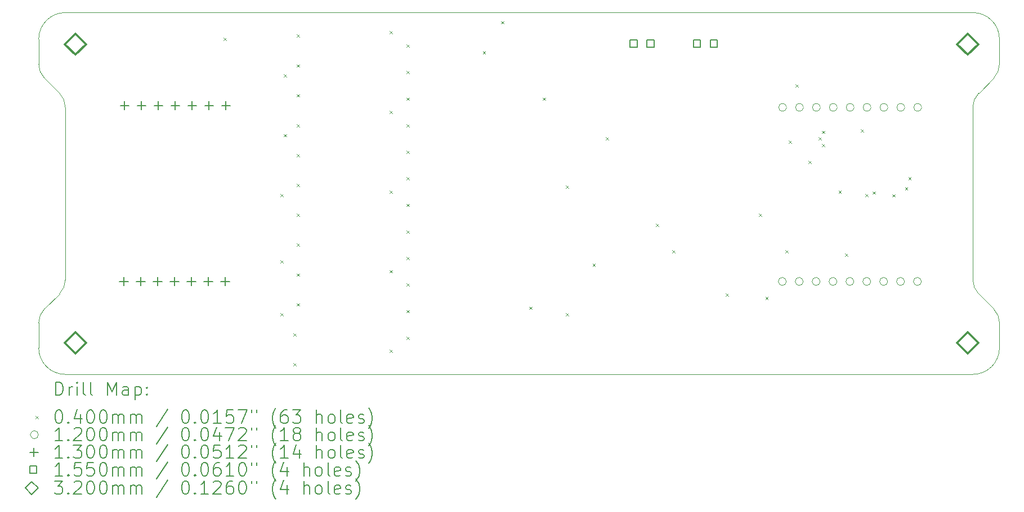
<source format=gbr>
%TF.GenerationSoftware,KiCad,Pcbnew,8.0.2*%
%TF.CreationDate,2024-10-10T15:26:08+02:00*%
%TF.ProjectId,BMS,424d532e-6b69-4636-9164-5f7063625858,rev?*%
%TF.SameCoordinates,Original*%
%TF.FileFunction,Drillmap*%
%TF.FilePolarity,Positive*%
%FSLAX45Y45*%
G04 Gerber Fmt 4.5, Leading zero omitted, Abs format (unit mm)*
G04 Created by KiCad (PCBNEW 8.0.2) date 2024-10-10 15:26:08*
%MOMM*%
%LPD*%
G01*
G04 APERTURE LIST*
%ADD10C,0.100000*%
%ADD11C,0.200000*%
%ADD12C,0.120000*%
%ADD13C,0.130000*%
%ADD14C,0.155000*%
%ADD15C,0.320000*%
G04 APERTURE END LIST*
D10*
X20762132Y-7337868D02*
X20537868Y-7562132D01*
X20850000Y-6750000D02*
X20850000Y-7125736D01*
X20537868Y-10587868D02*
G75*
G02*
X20450003Y-10375736I212132J212128D01*
G01*
X6800000Y-10375736D02*
X6800000Y-7774264D01*
X20450000Y-11800000D02*
X6800000Y-11800000D01*
X6487868Y-7337868D02*
X6712132Y-7562132D01*
X6800000Y-6350000D02*
X20450000Y-6350000D01*
X6800000Y-10375736D02*
G75*
G02*
X6712130Y-10587866I-299980J-4D01*
G01*
X20850000Y-7125736D02*
G75*
G02*
X20762130Y-7337866I-299980J-4D01*
G01*
X6400000Y-11400000D02*
X6400000Y-11024264D01*
X6487868Y-7337868D02*
G75*
G02*
X6400003Y-7125736I212132J212128D01*
G01*
X20450000Y-6350000D02*
G75*
G02*
X20850000Y-6750000I0J-400000D01*
G01*
X20450000Y-7774264D02*
G75*
G02*
X20537870Y-7562134I299980J4D01*
G01*
X6712132Y-7562132D02*
G75*
G02*
X6799997Y-7774264I-212132J-212128D01*
G01*
X20850000Y-11024264D02*
X20850000Y-11400000D01*
X6800000Y-11800000D02*
G75*
G02*
X6400000Y-11400000I0J400000D01*
G01*
X20762132Y-10812132D02*
G75*
G02*
X20849997Y-11024264I-212132J-212128D01*
G01*
X20850000Y-11400000D02*
G75*
G02*
X20450000Y-11800000I-400000J0D01*
G01*
X20450000Y-10375736D02*
X20450000Y-7774264D01*
X6487868Y-10812132D02*
X6712132Y-10587868D01*
X6400000Y-6750000D02*
X6400000Y-7125736D01*
X6400000Y-11024264D02*
G75*
G02*
X6487870Y-10812134I299980J4D01*
G01*
X20762132Y-10812132D02*
X20537868Y-10587868D01*
X6400000Y-6750000D02*
G75*
G02*
X6800000Y-6350000I400000J0D01*
G01*
D11*
D10*
X9180000Y-6730000D02*
X9220000Y-6770000D01*
X9220000Y-6730000D02*
X9180000Y-6770000D01*
X10035000Y-9080000D02*
X10075000Y-9120000D01*
X10075000Y-9080000D02*
X10035000Y-9120000D01*
X10035000Y-10080000D02*
X10075000Y-10120000D01*
X10075000Y-10080000D02*
X10035000Y-10120000D01*
X10035000Y-10880000D02*
X10075000Y-10920000D01*
X10075000Y-10880000D02*
X10035000Y-10920000D01*
X10085000Y-7280000D02*
X10125000Y-7320000D01*
X10125000Y-7280000D02*
X10085000Y-7320000D01*
X10085000Y-8180000D02*
X10125000Y-8220000D01*
X10125000Y-8180000D02*
X10085000Y-8220000D01*
X10230000Y-11180000D02*
X10270000Y-11220000D01*
X10270000Y-11180000D02*
X10230000Y-11220000D01*
X10230000Y-11630000D02*
X10270000Y-11670000D01*
X10270000Y-11630000D02*
X10230000Y-11670000D01*
X10280000Y-6680000D02*
X10320000Y-6720000D01*
X10320000Y-6680000D02*
X10280000Y-6720000D01*
X10280000Y-7130000D02*
X10320000Y-7170000D01*
X10320000Y-7130000D02*
X10280000Y-7170000D01*
X10280000Y-7580000D02*
X10320000Y-7620000D01*
X10320000Y-7580000D02*
X10280000Y-7620000D01*
X10280000Y-8030000D02*
X10320000Y-8070000D01*
X10320000Y-8030000D02*
X10280000Y-8070000D01*
X10280000Y-8480000D02*
X10320000Y-8520000D01*
X10320000Y-8480000D02*
X10280000Y-8520000D01*
X10280000Y-8930000D02*
X10320000Y-8970000D01*
X10320000Y-8930000D02*
X10280000Y-8970000D01*
X10280000Y-9380000D02*
X10320000Y-9420000D01*
X10320000Y-9380000D02*
X10280000Y-9420000D01*
X10280000Y-9830000D02*
X10320000Y-9870000D01*
X10320000Y-9830000D02*
X10280000Y-9870000D01*
X10280000Y-10280000D02*
X10320000Y-10320000D01*
X10320000Y-10280000D02*
X10280000Y-10320000D01*
X10280000Y-10730000D02*
X10320000Y-10770000D01*
X10320000Y-10730000D02*
X10280000Y-10770000D01*
X11680000Y-6630000D02*
X11720000Y-6670000D01*
X11720000Y-6630000D02*
X11680000Y-6670000D01*
X11680000Y-7830000D02*
X11720000Y-7870000D01*
X11720000Y-7830000D02*
X11680000Y-7870000D01*
X11680000Y-9030000D02*
X11720000Y-9070000D01*
X11720000Y-9030000D02*
X11680000Y-9070000D01*
X11680000Y-10230000D02*
X11720000Y-10270000D01*
X11720000Y-10230000D02*
X11680000Y-10270000D01*
X11680000Y-11430000D02*
X11720000Y-11470000D01*
X11720000Y-11430000D02*
X11680000Y-11470000D01*
X11930000Y-6830000D02*
X11970000Y-6870000D01*
X11970000Y-6830000D02*
X11930000Y-6870000D01*
X11930000Y-7230000D02*
X11970000Y-7270000D01*
X11970000Y-7230000D02*
X11930000Y-7270000D01*
X11930000Y-7630000D02*
X11970000Y-7670000D01*
X11970000Y-7630000D02*
X11930000Y-7670000D01*
X11930000Y-8030000D02*
X11970000Y-8070000D01*
X11970000Y-8030000D02*
X11930000Y-8070000D01*
X11930000Y-8430000D02*
X11970000Y-8470000D01*
X11970000Y-8430000D02*
X11930000Y-8470000D01*
X11930000Y-8830000D02*
X11970000Y-8870000D01*
X11970000Y-8830000D02*
X11930000Y-8870000D01*
X11930000Y-9230000D02*
X11970000Y-9270000D01*
X11970000Y-9230000D02*
X11930000Y-9270000D01*
X11930000Y-9630000D02*
X11970000Y-9670000D01*
X11970000Y-9630000D02*
X11930000Y-9670000D01*
X11930000Y-10030000D02*
X11970000Y-10070000D01*
X11970000Y-10030000D02*
X11930000Y-10070000D01*
X11930000Y-10430000D02*
X11970000Y-10470000D01*
X11970000Y-10430000D02*
X11930000Y-10470000D01*
X11930000Y-10830000D02*
X11970000Y-10870000D01*
X11970000Y-10830000D02*
X11930000Y-10870000D01*
X11930000Y-11230000D02*
X11970000Y-11270000D01*
X11970000Y-11230000D02*
X11930000Y-11270000D01*
X13080000Y-6930000D02*
X13120000Y-6970000D01*
X13120000Y-6930000D02*
X13080000Y-6970000D01*
X13355000Y-6480000D02*
X13395000Y-6520000D01*
X13395000Y-6480000D02*
X13355000Y-6520000D01*
X13780000Y-10780000D02*
X13820000Y-10820000D01*
X13820000Y-10780000D02*
X13780000Y-10820000D01*
X13980000Y-7630000D02*
X14020000Y-7670000D01*
X14020000Y-7630000D02*
X13980000Y-7670000D01*
X14330000Y-8955000D02*
X14370000Y-8995000D01*
X14370000Y-8955000D02*
X14330000Y-8995000D01*
X14330000Y-10880000D02*
X14370000Y-10920000D01*
X14370000Y-10880000D02*
X14330000Y-10920000D01*
X14730000Y-10130000D02*
X14770000Y-10170000D01*
X14770000Y-10130000D02*
X14730000Y-10170000D01*
X14930000Y-8230000D02*
X14970000Y-8270000D01*
X14970000Y-8230000D02*
X14930000Y-8270000D01*
X15680000Y-9530000D02*
X15720000Y-9570000D01*
X15720000Y-9530000D02*
X15680000Y-9570000D01*
X15930000Y-9930000D02*
X15970000Y-9970000D01*
X15970000Y-9930000D02*
X15930000Y-9970000D01*
X16730000Y-10580000D02*
X16770000Y-10620000D01*
X16770000Y-10580000D02*
X16730000Y-10620000D01*
X17230000Y-9380000D02*
X17270000Y-9420000D01*
X17270000Y-9380000D02*
X17230000Y-9420000D01*
X17330000Y-10630000D02*
X17370000Y-10670000D01*
X17370000Y-10630000D02*
X17330000Y-10670000D01*
X17630000Y-9930000D02*
X17670000Y-9970000D01*
X17670000Y-9930000D02*
X17630000Y-9970000D01*
X17680000Y-8280000D02*
X17720000Y-8320000D01*
X17720000Y-8280000D02*
X17680000Y-8320000D01*
X17780000Y-7430000D02*
X17820000Y-7470000D01*
X17820000Y-7430000D02*
X17780000Y-7470000D01*
X17980000Y-8580000D02*
X18020000Y-8620000D01*
X18020000Y-8580000D02*
X17980000Y-8620000D01*
X18130000Y-8230000D02*
X18170000Y-8270000D01*
X18170000Y-8230000D02*
X18130000Y-8270000D01*
X18180000Y-8130000D02*
X18220000Y-8170000D01*
X18220000Y-8130000D02*
X18180000Y-8170000D01*
X18180000Y-8330000D02*
X18220000Y-8370000D01*
X18220000Y-8330000D02*
X18180000Y-8370000D01*
X18430000Y-9030000D02*
X18470000Y-9070000D01*
X18470000Y-9030000D02*
X18430000Y-9070000D01*
X18530000Y-9980000D02*
X18570000Y-10020000D01*
X18570000Y-9980000D02*
X18530000Y-10020000D01*
X18764443Y-8111281D02*
X18804443Y-8151281D01*
X18804443Y-8111281D02*
X18764443Y-8151281D01*
X18830000Y-9080000D02*
X18870000Y-9120000D01*
X18870000Y-9080000D02*
X18830000Y-9120000D01*
X18943563Y-9043563D02*
X18983563Y-9083563D01*
X18983563Y-9043563D02*
X18943563Y-9083563D01*
X19240201Y-9085701D02*
X19280201Y-9125701D01*
X19280201Y-9085701D02*
X19240201Y-9125701D01*
X19430000Y-8980000D02*
X19470000Y-9020000D01*
X19470000Y-8980000D02*
X19430000Y-9020000D01*
X19480000Y-8830000D02*
X19520000Y-8870000D01*
X19520000Y-8830000D02*
X19480000Y-8870000D01*
D12*
X17644000Y-10400000D02*
G75*
G02*
X17524000Y-10400000I-60000J0D01*
G01*
X17524000Y-10400000D02*
G75*
G02*
X17644000Y-10400000I60000J0D01*
G01*
X17648000Y-7777500D02*
G75*
G02*
X17528000Y-7777500I-60000J0D01*
G01*
X17528000Y-7777500D02*
G75*
G02*
X17648000Y-7777500I60000J0D01*
G01*
X17898000Y-10400000D02*
G75*
G02*
X17778000Y-10400000I-60000J0D01*
G01*
X17778000Y-10400000D02*
G75*
G02*
X17898000Y-10400000I60000J0D01*
G01*
X17902000Y-7777500D02*
G75*
G02*
X17782000Y-7777500I-60000J0D01*
G01*
X17782000Y-7777500D02*
G75*
G02*
X17902000Y-7777500I60000J0D01*
G01*
X18152000Y-10400000D02*
G75*
G02*
X18032000Y-10400000I-60000J0D01*
G01*
X18032000Y-10400000D02*
G75*
G02*
X18152000Y-10400000I60000J0D01*
G01*
X18156000Y-7777500D02*
G75*
G02*
X18036000Y-7777500I-60000J0D01*
G01*
X18036000Y-7777500D02*
G75*
G02*
X18156000Y-7777500I60000J0D01*
G01*
X18406000Y-10400000D02*
G75*
G02*
X18286000Y-10400000I-60000J0D01*
G01*
X18286000Y-10400000D02*
G75*
G02*
X18406000Y-10400000I60000J0D01*
G01*
X18410000Y-7777500D02*
G75*
G02*
X18290000Y-7777500I-60000J0D01*
G01*
X18290000Y-7777500D02*
G75*
G02*
X18410000Y-7777500I60000J0D01*
G01*
X18660000Y-10400000D02*
G75*
G02*
X18540000Y-10400000I-60000J0D01*
G01*
X18540000Y-10400000D02*
G75*
G02*
X18660000Y-10400000I60000J0D01*
G01*
X18664000Y-7777500D02*
G75*
G02*
X18544000Y-7777500I-60000J0D01*
G01*
X18544000Y-7777500D02*
G75*
G02*
X18664000Y-7777500I60000J0D01*
G01*
X18914000Y-10400000D02*
G75*
G02*
X18794000Y-10400000I-60000J0D01*
G01*
X18794000Y-10400000D02*
G75*
G02*
X18914000Y-10400000I60000J0D01*
G01*
X18918000Y-7777500D02*
G75*
G02*
X18798000Y-7777500I-60000J0D01*
G01*
X18798000Y-7777500D02*
G75*
G02*
X18918000Y-7777500I60000J0D01*
G01*
X19168000Y-10400000D02*
G75*
G02*
X19048000Y-10400000I-60000J0D01*
G01*
X19048000Y-10400000D02*
G75*
G02*
X19168000Y-10400000I60000J0D01*
G01*
X19172000Y-7777500D02*
G75*
G02*
X19052000Y-7777500I-60000J0D01*
G01*
X19052000Y-7777500D02*
G75*
G02*
X19172000Y-7777500I60000J0D01*
G01*
X19422000Y-10400000D02*
G75*
G02*
X19302000Y-10400000I-60000J0D01*
G01*
X19302000Y-10400000D02*
G75*
G02*
X19422000Y-10400000I60000J0D01*
G01*
X19426000Y-7777500D02*
G75*
G02*
X19306000Y-7777500I-60000J0D01*
G01*
X19306000Y-7777500D02*
G75*
G02*
X19426000Y-7777500I60000J0D01*
G01*
X19676000Y-10400000D02*
G75*
G02*
X19556000Y-10400000I-60000J0D01*
G01*
X19556000Y-10400000D02*
G75*
G02*
X19676000Y-10400000I60000J0D01*
G01*
X19680000Y-7777500D02*
G75*
G02*
X19560000Y-7777500I-60000J0D01*
G01*
X19560000Y-7777500D02*
G75*
G02*
X19680000Y-7777500I60000J0D01*
G01*
D13*
X7681000Y-10335000D02*
X7681000Y-10465000D01*
X7616000Y-10400000D02*
X7746000Y-10400000D01*
X7693000Y-7685000D02*
X7693000Y-7815000D01*
X7628000Y-7750000D02*
X7758000Y-7750000D01*
X7935000Y-10335000D02*
X7935000Y-10465000D01*
X7870000Y-10400000D02*
X8000000Y-10400000D01*
X7947000Y-7685000D02*
X7947000Y-7815000D01*
X7882000Y-7750000D02*
X8012000Y-7750000D01*
X8189000Y-10335000D02*
X8189000Y-10465000D01*
X8124000Y-10400000D02*
X8254000Y-10400000D01*
X8201000Y-7685000D02*
X8201000Y-7815000D01*
X8136000Y-7750000D02*
X8266000Y-7750000D01*
X8443000Y-10335000D02*
X8443000Y-10465000D01*
X8378000Y-10400000D02*
X8508000Y-10400000D01*
X8455000Y-7685000D02*
X8455000Y-7815000D01*
X8390000Y-7750000D02*
X8520000Y-7750000D01*
X8697000Y-10335000D02*
X8697000Y-10465000D01*
X8632000Y-10400000D02*
X8762000Y-10400000D01*
X8709000Y-7685000D02*
X8709000Y-7815000D01*
X8644000Y-7750000D02*
X8774000Y-7750000D01*
X8951000Y-10335000D02*
X8951000Y-10465000D01*
X8886000Y-10400000D02*
X9016000Y-10400000D01*
X8963000Y-7685000D02*
X8963000Y-7815000D01*
X8898000Y-7750000D02*
X9028000Y-7750000D01*
X9205000Y-10335000D02*
X9205000Y-10465000D01*
X9140000Y-10400000D02*
X9270000Y-10400000D01*
X9217000Y-7685000D02*
X9217000Y-7815000D01*
X9152000Y-7750000D02*
X9282000Y-7750000D01*
D14*
X15400801Y-6870301D02*
X15400801Y-6760699D01*
X15291199Y-6760699D01*
X15291199Y-6870301D01*
X15400801Y-6870301D01*
X15654801Y-6870301D02*
X15654801Y-6760699D01*
X15545199Y-6760699D01*
X15545199Y-6870301D01*
X15654801Y-6870301D01*
X16354801Y-6870301D02*
X16354801Y-6760699D01*
X16245199Y-6760699D01*
X16245199Y-6870301D01*
X16354801Y-6870301D01*
X16608801Y-6870301D02*
X16608801Y-6760699D01*
X16499199Y-6760699D01*
X16499199Y-6870301D01*
X16608801Y-6870301D01*
D15*
X6950000Y-6985000D02*
X7110000Y-6825000D01*
X6950000Y-6665000D01*
X6790000Y-6825000D01*
X6950000Y-6985000D01*
X6950000Y-11485000D02*
X7110000Y-11325000D01*
X6950000Y-11165000D01*
X6790000Y-11325000D01*
X6950000Y-11485000D01*
X20375000Y-6985000D02*
X20535000Y-6825000D01*
X20375000Y-6665000D01*
X20215000Y-6825000D01*
X20375000Y-6985000D01*
X20375000Y-11485000D02*
X20535000Y-11325000D01*
X20375000Y-11165000D01*
X20215000Y-11325000D01*
X20375000Y-11485000D01*
D11*
X6655777Y-12116484D02*
X6655777Y-11916484D01*
X6655777Y-11916484D02*
X6703396Y-11916484D01*
X6703396Y-11916484D02*
X6731967Y-11926008D01*
X6731967Y-11926008D02*
X6751015Y-11945055D01*
X6751015Y-11945055D02*
X6760539Y-11964103D01*
X6760539Y-11964103D02*
X6770062Y-12002198D01*
X6770062Y-12002198D02*
X6770062Y-12030769D01*
X6770062Y-12030769D02*
X6760539Y-12068865D01*
X6760539Y-12068865D02*
X6751015Y-12087912D01*
X6751015Y-12087912D02*
X6731967Y-12106960D01*
X6731967Y-12106960D02*
X6703396Y-12116484D01*
X6703396Y-12116484D02*
X6655777Y-12116484D01*
X6855777Y-12116484D02*
X6855777Y-11983150D01*
X6855777Y-12021246D02*
X6865301Y-12002198D01*
X6865301Y-12002198D02*
X6874824Y-11992674D01*
X6874824Y-11992674D02*
X6893872Y-11983150D01*
X6893872Y-11983150D02*
X6912920Y-11983150D01*
X6979586Y-12116484D02*
X6979586Y-11983150D01*
X6979586Y-11916484D02*
X6970062Y-11926008D01*
X6970062Y-11926008D02*
X6979586Y-11935531D01*
X6979586Y-11935531D02*
X6989110Y-11926008D01*
X6989110Y-11926008D02*
X6979586Y-11916484D01*
X6979586Y-11916484D02*
X6979586Y-11935531D01*
X7103396Y-12116484D02*
X7084348Y-12106960D01*
X7084348Y-12106960D02*
X7074824Y-12087912D01*
X7074824Y-12087912D02*
X7074824Y-11916484D01*
X7208158Y-12116484D02*
X7189110Y-12106960D01*
X7189110Y-12106960D02*
X7179586Y-12087912D01*
X7179586Y-12087912D02*
X7179586Y-11916484D01*
X7436729Y-12116484D02*
X7436729Y-11916484D01*
X7436729Y-11916484D02*
X7503396Y-12059341D01*
X7503396Y-12059341D02*
X7570062Y-11916484D01*
X7570062Y-11916484D02*
X7570062Y-12116484D01*
X7751015Y-12116484D02*
X7751015Y-12011722D01*
X7751015Y-12011722D02*
X7741491Y-11992674D01*
X7741491Y-11992674D02*
X7722443Y-11983150D01*
X7722443Y-11983150D02*
X7684348Y-11983150D01*
X7684348Y-11983150D02*
X7665301Y-11992674D01*
X7751015Y-12106960D02*
X7731967Y-12116484D01*
X7731967Y-12116484D02*
X7684348Y-12116484D01*
X7684348Y-12116484D02*
X7665301Y-12106960D01*
X7665301Y-12106960D02*
X7655777Y-12087912D01*
X7655777Y-12087912D02*
X7655777Y-12068865D01*
X7655777Y-12068865D02*
X7665301Y-12049817D01*
X7665301Y-12049817D02*
X7684348Y-12040293D01*
X7684348Y-12040293D02*
X7731967Y-12040293D01*
X7731967Y-12040293D02*
X7751015Y-12030769D01*
X7846253Y-11983150D02*
X7846253Y-12183150D01*
X7846253Y-11992674D02*
X7865301Y-11983150D01*
X7865301Y-11983150D02*
X7903396Y-11983150D01*
X7903396Y-11983150D02*
X7922443Y-11992674D01*
X7922443Y-11992674D02*
X7931967Y-12002198D01*
X7931967Y-12002198D02*
X7941491Y-12021246D01*
X7941491Y-12021246D02*
X7941491Y-12078388D01*
X7941491Y-12078388D02*
X7931967Y-12097436D01*
X7931967Y-12097436D02*
X7922443Y-12106960D01*
X7922443Y-12106960D02*
X7903396Y-12116484D01*
X7903396Y-12116484D02*
X7865301Y-12116484D01*
X7865301Y-12116484D02*
X7846253Y-12106960D01*
X8027205Y-12097436D02*
X8036729Y-12106960D01*
X8036729Y-12106960D02*
X8027205Y-12116484D01*
X8027205Y-12116484D02*
X8017682Y-12106960D01*
X8017682Y-12106960D02*
X8027205Y-12097436D01*
X8027205Y-12097436D02*
X8027205Y-12116484D01*
X8027205Y-11992674D02*
X8036729Y-12002198D01*
X8036729Y-12002198D02*
X8027205Y-12011722D01*
X8027205Y-12011722D02*
X8017682Y-12002198D01*
X8017682Y-12002198D02*
X8027205Y-11992674D01*
X8027205Y-11992674D02*
X8027205Y-12011722D01*
D10*
X6355000Y-12425000D02*
X6395000Y-12465000D01*
X6395000Y-12425000D02*
X6355000Y-12465000D01*
D11*
X6693872Y-12336484D02*
X6712920Y-12336484D01*
X6712920Y-12336484D02*
X6731967Y-12346008D01*
X6731967Y-12346008D02*
X6741491Y-12355531D01*
X6741491Y-12355531D02*
X6751015Y-12374579D01*
X6751015Y-12374579D02*
X6760539Y-12412674D01*
X6760539Y-12412674D02*
X6760539Y-12460293D01*
X6760539Y-12460293D02*
X6751015Y-12498388D01*
X6751015Y-12498388D02*
X6741491Y-12517436D01*
X6741491Y-12517436D02*
X6731967Y-12526960D01*
X6731967Y-12526960D02*
X6712920Y-12536484D01*
X6712920Y-12536484D02*
X6693872Y-12536484D01*
X6693872Y-12536484D02*
X6674824Y-12526960D01*
X6674824Y-12526960D02*
X6665301Y-12517436D01*
X6665301Y-12517436D02*
X6655777Y-12498388D01*
X6655777Y-12498388D02*
X6646253Y-12460293D01*
X6646253Y-12460293D02*
X6646253Y-12412674D01*
X6646253Y-12412674D02*
X6655777Y-12374579D01*
X6655777Y-12374579D02*
X6665301Y-12355531D01*
X6665301Y-12355531D02*
X6674824Y-12346008D01*
X6674824Y-12346008D02*
X6693872Y-12336484D01*
X6846253Y-12517436D02*
X6855777Y-12526960D01*
X6855777Y-12526960D02*
X6846253Y-12536484D01*
X6846253Y-12536484D02*
X6836729Y-12526960D01*
X6836729Y-12526960D02*
X6846253Y-12517436D01*
X6846253Y-12517436D02*
X6846253Y-12536484D01*
X7027205Y-12403150D02*
X7027205Y-12536484D01*
X6979586Y-12326960D02*
X6931967Y-12469817D01*
X6931967Y-12469817D02*
X7055777Y-12469817D01*
X7170062Y-12336484D02*
X7189110Y-12336484D01*
X7189110Y-12336484D02*
X7208158Y-12346008D01*
X7208158Y-12346008D02*
X7217682Y-12355531D01*
X7217682Y-12355531D02*
X7227205Y-12374579D01*
X7227205Y-12374579D02*
X7236729Y-12412674D01*
X7236729Y-12412674D02*
X7236729Y-12460293D01*
X7236729Y-12460293D02*
X7227205Y-12498388D01*
X7227205Y-12498388D02*
X7217682Y-12517436D01*
X7217682Y-12517436D02*
X7208158Y-12526960D01*
X7208158Y-12526960D02*
X7189110Y-12536484D01*
X7189110Y-12536484D02*
X7170062Y-12536484D01*
X7170062Y-12536484D02*
X7151015Y-12526960D01*
X7151015Y-12526960D02*
X7141491Y-12517436D01*
X7141491Y-12517436D02*
X7131967Y-12498388D01*
X7131967Y-12498388D02*
X7122443Y-12460293D01*
X7122443Y-12460293D02*
X7122443Y-12412674D01*
X7122443Y-12412674D02*
X7131967Y-12374579D01*
X7131967Y-12374579D02*
X7141491Y-12355531D01*
X7141491Y-12355531D02*
X7151015Y-12346008D01*
X7151015Y-12346008D02*
X7170062Y-12336484D01*
X7360539Y-12336484D02*
X7379586Y-12336484D01*
X7379586Y-12336484D02*
X7398634Y-12346008D01*
X7398634Y-12346008D02*
X7408158Y-12355531D01*
X7408158Y-12355531D02*
X7417682Y-12374579D01*
X7417682Y-12374579D02*
X7427205Y-12412674D01*
X7427205Y-12412674D02*
X7427205Y-12460293D01*
X7427205Y-12460293D02*
X7417682Y-12498388D01*
X7417682Y-12498388D02*
X7408158Y-12517436D01*
X7408158Y-12517436D02*
X7398634Y-12526960D01*
X7398634Y-12526960D02*
X7379586Y-12536484D01*
X7379586Y-12536484D02*
X7360539Y-12536484D01*
X7360539Y-12536484D02*
X7341491Y-12526960D01*
X7341491Y-12526960D02*
X7331967Y-12517436D01*
X7331967Y-12517436D02*
X7322443Y-12498388D01*
X7322443Y-12498388D02*
X7312920Y-12460293D01*
X7312920Y-12460293D02*
X7312920Y-12412674D01*
X7312920Y-12412674D02*
X7322443Y-12374579D01*
X7322443Y-12374579D02*
X7331967Y-12355531D01*
X7331967Y-12355531D02*
X7341491Y-12346008D01*
X7341491Y-12346008D02*
X7360539Y-12336484D01*
X7512920Y-12536484D02*
X7512920Y-12403150D01*
X7512920Y-12422198D02*
X7522443Y-12412674D01*
X7522443Y-12412674D02*
X7541491Y-12403150D01*
X7541491Y-12403150D02*
X7570063Y-12403150D01*
X7570063Y-12403150D02*
X7589110Y-12412674D01*
X7589110Y-12412674D02*
X7598634Y-12431722D01*
X7598634Y-12431722D02*
X7598634Y-12536484D01*
X7598634Y-12431722D02*
X7608158Y-12412674D01*
X7608158Y-12412674D02*
X7627205Y-12403150D01*
X7627205Y-12403150D02*
X7655777Y-12403150D01*
X7655777Y-12403150D02*
X7674824Y-12412674D01*
X7674824Y-12412674D02*
X7684348Y-12431722D01*
X7684348Y-12431722D02*
X7684348Y-12536484D01*
X7779586Y-12536484D02*
X7779586Y-12403150D01*
X7779586Y-12422198D02*
X7789110Y-12412674D01*
X7789110Y-12412674D02*
X7808158Y-12403150D01*
X7808158Y-12403150D02*
X7836729Y-12403150D01*
X7836729Y-12403150D02*
X7855777Y-12412674D01*
X7855777Y-12412674D02*
X7865301Y-12431722D01*
X7865301Y-12431722D02*
X7865301Y-12536484D01*
X7865301Y-12431722D02*
X7874824Y-12412674D01*
X7874824Y-12412674D02*
X7893872Y-12403150D01*
X7893872Y-12403150D02*
X7922443Y-12403150D01*
X7922443Y-12403150D02*
X7941491Y-12412674D01*
X7941491Y-12412674D02*
X7951015Y-12431722D01*
X7951015Y-12431722D02*
X7951015Y-12536484D01*
X8341491Y-12326960D02*
X8170063Y-12584103D01*
X8598634Y-12336484D02*
X8617682Y-12336484D01*
X8617682Y-12336484D02*
X8636729Y-12346008D01*
X8636729Y-12346008D02*
X8646253Y-12355531D01*
X8646253Y-12355531D02*
X8655777Y-12374579D01*
X8655777Y-12374579D02*
X8665301Y-12412674D01*
X8665301Y-12412674D02*
X8665301Y-12460293D01*
X8665301Y-12460293D02*
X8655777Y-12498388D01*
X8655777Y-12498388D02*
X8646253Y-12517436D01*
X8646253Y-12517436D02*
X8636729Y-12526960D01*
X8636729Y-12526960D02*
X8617682Y-12536484D01*
X8617682Y-12536484D02*
X8598634Y-12536484D01*
X8598634Y-12536484D02*
X8579587Y-12526960D01*
X8579587Y-12526960D02*
X8570063Y-12517436D01*
X8570063Y-12517436D02*
X8560539Y-12498388D01*
X8560539Y-12498388D02*
X8551015Y-12460293D01*
X8551015Y-12460293D02*
X8551015Y-12412674D01*
X8551015Y-12412674D02*
X8560539Y-12374579D01*
X8560539Y-12374579D02*
X8570063Y-12355531D01*
X8570063Y-12355531D02*
X8579587Y-12346008D01*
X8579587Y-12346008D02*
X8598634Y-12336484D01*
X8751015Y-12517436D02*
X8760539Y-12526960D01*
X8760539Y-12526960D02*
X8751015Y-12536484D01*
X8751015Y-12536484D02*
X8741491Y-12526960D01*
X8741491Y-12526960D02*
X8751015Y-12517436D01*
X8751015Y-12517436D02*
X8751015Y-12536484D01*
X8884348Y-12336484D02*
X8903396Y-12336484D01*
X8903396Y-12336484D02*
X8922444Y-12346008D01*
X8922444Y-12346008D02*
X8931968Y-12355531D01*
X8931968Y-12355531D02*
X8941491Y-12374579D01*
X8941491Y-12374579D02*
X8951015Y-12412674D01*
X8951015Y-12412674D02*
X8951015Y-12460293D01*
X8951015Y-12460293D02*
X8941491Y-12498388D01*
X8941491Y-12498388D02*
X8931968Y-12517436D01*
X8931968Y-12517436D02*
X8922444Y-12526960D01*
X8922444Y-12526960D02*
X8903396Y-12536484D01*
X8903396Y-12536484D02*
X8884348Y-12536484D01*
X8884348Y-12536484D02*
X8865301Y-12526960D01*
X8865301Y-12526960D02*
X8855777Y-12517436D01*
X8855777Y-12517436D02*
X8846253Y-12498388D01*
X8846253Y-12498388D02*
X8836729Y-12460293D01*
X8836729Y-12460293D02*
X8836729Y-12412674D01*
X8836729Y-12412674D02*
X8846253Y-12374579D01*
X8846253Y-12374579D02*
X8855777Y-12355531D01*
X8855777Y-12355531D02*
X8865301Y-12346008D01*
X8865301Y-12346008D02*
X8884348Y-12336484D01*
X9141491Y-12536484D02*
X9027206Y-12536484D01*
X9084348Y-12536484D02*
X9084348Y-12336484D01*
X9084348Y-12336484D02*
X9065301Y-12365055D01*
X9065301Y-12365055D02*
X9046253Y-12384103D01*
X9046253Y-12384103D02*
X9027206Y-12393627D01*
X9322444Y-12336484D02*
X9227206Y-12336484D01*
X9227206Y-12336484D02*
X9217682Y-12431722D01*
X9217682Y-12431722D02*
X9227206Y-12422198D01*
X9227206Y-12422198D02*
X9246253Y-12412674D01*
X9246253Y-12412674D02*
X9293872Y-12412674D01*
X9293872Y-12412674D02*
X9312920Y-12422198D01*
X9312920Y-12422198D02*
X9322444Y-12431722D01*
X9322444Y-12431722D02*
X9331968Y-12450769D01*
X9331968Y-12450769D02*
X9331968Y-12498388D01*
X9331968Y-12498388D02*
X9322444Y-12517436D01*
X9322444Y-12517436D02*
X9312920Y-12526960D01*
X9312920Y-12526960D02*
X9293872Y-12536484D01*
X9293872Y-12536484D02*
X9246253Y-12536484D01*
X9246253Y-12536484D02*
X9227206Y-12526960D01*
X9227206Y-12526960D02*
X9217682Y-12517436D01*
X9398634Y-12336484D02*
X9531968Y-12336484D01*
X9531968Y-12336484D02*
X9446253Y-12536484D01*
X9598634Y-12336484D02*
X9598634Y-12374579D01*
X9674825Y-12336484D02*
X9674825Y-12374579D01*
X9970063Y-12612674D02*
X9960539Y-12603150D01*
X9960539Y-12603150D02*
X9941491Y-12574579D01*
X9941491Y-12574579D02*
X9931968Y-12555531D01*
X9931968Y-12555531D02*
X9922444Y-12526960D01*
X9922444Y-12526960D02*
X9912920Y-12479341D01*
X9912920Y-12479341D02*
X9912920Y-12441246D01*
X9912920Y-12441246D02*
X9922444Y-12393627D01*
X9922444Y-12393627D02*
X9931968Y-12365055D01*
X9931968Y-12365055D02*
X9941491Y-12346008D01*
X9941491Y-12346008D02*
X9960539Y-12317436D01*
X9960539Y-12317436D02*
X9970063Y-12307912D01*
X10131968Y-12336484D02*
X10093872Y-12336484D01*
X10093872Y-12336484D02*
X10074825Y-12346008D01*
X10074825Y-12346008D02*
X10065301Y-12355531D01*
X10065301Y-12355531D02*
X10046253Y-12384103D01*
X10046253Y-12384103D02*
X10036730Y-12422198D01*
X10036730Y-12422198D02*
X10036730Y-12498388D01*
X10036730Y-12498388D02*
X10046253Y-12517436D01*
X10046253Y-12517436D02*
X10055777Y-12526960D01*
X10055777Y-12526960D02*
X10074825Y-12536484D01*
X10074825Y-12536484D02*
X10112920Y-12536484D01*
X10112920Y-12536484D02*
X10131968Y-12526960D01*
X10131968Y-12526960D02*
X10141491Y-12517436D01*
X10141491Y-12517436D02*
X10151015Y-12498388D01*
X10151015Y-12498388D02*
X10151015Y-12450769D01*
X10151015Y-12450769D02*
X10141491Y-12431722D01*
X10141491Y-12431722D02*
X10131968Y-12422198D01*
X10131968Y-12422198D02*
X10112920Y-12412674D01*
X10112920Y-12412674D02*
X10074825Y-12412674D01*
X10074825Y-12412674D02*
X10055777Y-12422198D01*
X10055777Y-12422198D02*
X10046253Y-12431722D01*
X10046253Y-12431722D02*
X10036730Y-12450769D01*
X10217682Y-12336484D02*
X10341491Y-12336484D01*
X10341491Y-12336484D02*
X10274825Y-12412674D01*
X10274825Y-12412674D02*
X10303396Y-12412674D01*
X10303396Y-12412674D02*
X10322444Y-12422198D01*
X10322444Y-12422198D02*
X10331968Y-12431722D01*
X10331968Y-12431722D02*
X10341491Y-12450769D01*
X10341491Y-12450769D02*
X10341491Y-12498388D01*
X10341491Y-12498388D02*
X10331968Y-12517436D01*
X10331968Y-12517436D02*
X10322444Y-12526960D01*
X10322444Y-12526960D02*
X10303396Y-12536484D01*
X10303396Y-12536484D02*
X10246253Y-12536484D01*
X10246253Y-12536484D02*
X10227206Y-12526960D01*
X10227206Y-12526960D02*
X10217682Y-12517436D01*
X10579587Y-12536484D02*
X10579587Y-12336484D01*
X10665301Y-12536484D02*
X10665301Y-12431722D01*
X10665301Y-12431722D02*
X10655777Y-12412674D01*
X10655777Y-12412674D02*
X10636730Y-12403150D01*
X10636730Y-12403150D02*
X10608158Y-12403150D01*
X10608158Y-12403150D02*
X10589111Y-12412674D01*
X10589111Y-12412674D02*
X10579587Y-12422198D01*
X10789111Y-12536484D02*
X10770063Y-12526960D01*
X10770063Y-12526960D02*
X10760539Y-12517436D01*
X10760539Y-12517436D02*
X10751015Y-12498388D01*
X10751015Y-12498388D02*
X10751015Y-12441246D01*
X10751015Y-12441246D02*
X10760539Y-12422198D01*
X10760539Y-12422198D02*
X10770063Y-12412674D01*
X10770063Y-12412674D02*
X10789111Y-12403150D01*
X10789111Y-12403150D02*
X10817682Y-12403150D01*
X10817682Y-12403150D02*
X10836730Y-12412674D01*
X10836730Y-12412674D02*
X10846253Y-12422198D01*
X10846253Y-12422198D02*
X10855777Y-12441246D01*
X10855777Y-12441246D02*
X10855777Y-12498388D01*
X10855777Y-12498388D02*
X10846253Y-12517436D01*
X10846253Y-12517436D02*
X10836730Y-12526960D01*
X10836730Y-12526960D02*
X10817682Y-12536484D01*
X10817682Y-12536484D02*
X10789111Y-12536484D01*
X10970063Y-12536484D02*
X10951015Y-12526960D01*
X10951015Y-12526960D02*
X10941492Y-12507912D01*
X10941492Y-12507912D02*
X10941492Y-12336484D01*
X11122444Y-12526960D02*
X11103396Y-12536484D01*
X11103396Y-12536484D02*
X11065301Y-12536484D01*
X11065301Y-12536484D02*
X11046253Y-12526960D01*
X11046253Y-12526960D02*
X11036730Y-12507912D01*
X11036730Y-12507912D02*
X11036730Y-12431722D01*
X11036730Y-12431722D02*
X11046253Y-12412674D01*
X11046253Y-12412674D02*
X11065301Y-12403150D01*
X11065301Y-12403150D02*
X11103396Y-12403150D01*
X11103396Y-12403150D02*
X11122444Y-12412674D01*
X11122444Y-12412674D02*
X11131968Y-12431722D01*
X11131968Y-12431722D02*
X11131968Y-12450769D01*
X11131968Y-12450769D02*
X11036730Y-12469817D01*
X11208158Y-12526960D02*
X11227206Y-12536484D01*
X11227206Y-12536484D02*
X11265301Y-12536484D01*
X11265301Y-12536484D02*
X11284349Y-12526960D01*
X11284349Y-12526960D02*
X11293872Y-12507912D01*
X11293872Y-12507912D02*
X11293872Y-12498388D01*
X11293872Y-12498388D02*
X11284349Y-12479341D01*
X11284349Y-12479341D02*
X11265301Y-12469817D01*
X11265301Y-12469817D02*
X11236730Y-12469817D01*
X11236730Y-12469817D02*
X11217682Y-12460293D01*
X11217682Y-12460293D02*
X11208158Y-12441246D01*
X11208158Y-12441246D02*
X11208158Y-12431722D01*
X11208158Y-12431722D02*
X11217682Y-12412674D01*
X11217682Y-12412674D02*
X11236730Y-12403150D01*
X11236730Y-12403150D02*
X11265301Y-12403150D01*
X11265301Y-12403150D02*
X11284349Y-12412674D01*
X11360539Y-12612674D02*
X11370063Y-12603150D01*
X11370063Y-12603150D02*
X11389111Y-12574579D01*
X11389111Y-12574579D02*
X11398634Y-12555531D01*
X11398634Y-12555531D02*
X11408158Y-12526960D01*
X11408158Y-12526960D02*
X11417682Y-12479341D01*
X11417682Y-12479341D02*
X11417682Y-12441246D01*
X11417682Y-12441246D02*
X11408158Y-12393627D01*
X11408158Y-12393627D02*
X11398634Y-12365055D01*
X11398634Y-12365055D02*
X11389111Y-12346008D01*
X11389111Y-12346008D02*
X11370063Y-12317436D01*
X11370063Y-12317436D02*
X11360539Y-12307912D01*
D12*
X6395000Y-12709000D02*
G75*
G02*
X6275000Y-12709000I-60000J0D01*
G01*
X6275000Y-12709000D02*
G75*
G02*
X6395000Y-12709000I60000J0D01*
G01*
D11*
X6760539Y-12800484D02*
X6646253Y-12800484D01*
X6703396Y-12800484D02*
X6703396Y-12600484D01*
X6703396Y-12600484D02*
X6684348Y-12629055D01*
X6684348Y-12629055D02*
X6665301Y-12648103D01*
X6665301Y-12648103D02*
X6646253Y-12657627D01*
X6846253Y-12781436D02*
X6855777Y-12790960D01*
X6855777Y-12790960D02*
X6846253Y-12800484D01*
X6846253Y-12800484D02*
X6836729Y-12790960D01*
X6836729Y-12790960D02*
X6846253Y-12781436D01*
X6846253Y-12781436D02*
X6846253Y-12800484D01*
X6931967Y-12619531D02*
X6941491Y-12610008D01*
X6941491Y-12610008D02*
X6960539Y-12600484D01*
X6960539Y-12600484D02*
X7008158Y-12600484D01*
X7008158Y-12600484D02*
X7027205Y-12610008D01*
X7027205Y-12610008D02*
X7036729Y-12619531D01*
X7036729Y-12619531D02*
X7046253Y-12638579D01*
X7046253Y-12638579D02*
X7046253Y-12657627D01*
X7046253Y-12657627D02*
X7036729Y-12686198D01*
X7036729Y-12686198D02*
X6922443Y-12800484D01*
X6922443Y-12800484D02*
X7046253Y-12800484D01*
X7170062Y-12600484D02*
X7189110Y-12600484D01*
X7189110Y-12600484D02*
X7208158Y-12610008D01*
X7208158Y-12610008D02*
X7217682Y-12619531D01*
X7217682Y-12619531D02*
X7227205Y-12638579D01*
X7227205Y-12638579D02*
X7236729Y-12676674D01*
X7236729Y-12676674D02*
X7236729Y-12724293D01*
X7236729Y-12724293D02*
X7227205Y-12762388D01*
X7227205Y-12762388D02*
X7217682Y-12781436D01*
X7217682Y-12781436D02*
X7208158Y-12790960D01*
X7208158Y-12790960D02*
X7189110Y-12800484D01*
X7189110Y-12800484D02*
X7170062Y-12800484D01*
X7170062Y-12800484D02*
X7151015Y-12790960D01*
X7151015Y-12790960D02*
X7141491Y-12781436D01*
X7141491Y-12781436D02*
X7131967Y-12762388D01*
X7131967Y-12762388D02*
X7122443Y-12724293D01*
X7122443Y-12724293D02*
X7122443Y-12676674D01*
X7122443Y-12676674D02*
X7131967Y-12638579D01*
X7131967Y-12638579D02*
X7141491Y-12619531D01*
X7141491Y-12619531D02*
X7151015Y-12610008D01*
X7151015Y-12610008D02*
X7170062Y-12600484D01*
X7360539Y-12600484D02*
X7379586Y-12600484D01*
X7379586Y-12600484D02*
X7398634Y-12610008D01*
X7398634Y-12610008D02*
X7408158Y-12619531D01*
X7408158Y-12619531D02*
X7417682Y-12638579D01*
X7417682Y-12638579D02*
X7427205Y-12676674D01*
X7427205Y-12676674D02*
X7427205Y-12724293D01*
X7427205Y-12724293D02*
X7417682Y-12762388D01*
X7417682Y-12762388D02*
X7408158Y-12781436D01*
X7408158Y-12781436D02*
X7398634Y-12790960D01*
X7398634Y-12790960D02*
X7379586Y-12800484D01*
X7379586Y-12800484D02*
X7360539Y-12800484D01*
X7360539Y-12800484D02*
X7341491Y-12790960D01*
X7341491Y-12790960D02*
X7331967Y-12781436D01*
X7331967Y-12781436D02*
X7322443Y-12762388D01*
X7322443Y-12762388D02*
X7312920Y-12724293D01*
X7312920Y-12724293D02*
X7312920Y-12676674D01*
X7312920Y-12676674D02*
X7322443Y-12638579D01*
X7322443Y-12638579D02*
X7331967Y-12619531D01*
X7331967Y-12619531D02*
X7341491Y-12610008D01*
X7341491Y-12610008D02*
X7360539Y-12600484D01*
X7512920Y-12800484D02*
X7512920Y-12667150D01*
X7512920Y-12686198D02*
X7522443Y-12676674D01*
X7522443Y-12676674D02*
X7541491Y-12667150D01*
X7541491Y-12667150D02*
X7570063Y-12667150D01*
X7570063Y-12667150D02*
X7589110Y-12676674D01*
X7589110Y-12676674D02*
X7598634Y-12695722D01*
X7598634Y-12695722D02*
X7598634Y-12800484D01*
X7598634Y-12695722D02*
X7608158Y-12676674D01*
X7608158Y-12676674D02*
X7627205Y-12667150D01*
X7627205Y-12667150D02*
X7655777Y-12667150D01*
X7655777Y-12667150D02*
X7674824Y-12676674D01*
X7674824Y-12676674D02*
X7684348Y-12695722D01*
X7684348Y-12695722D02*
X7684348Y-12800484D01*
X7779586Y-12800484D02*
X7779586Y-12667150D01*
X7779586Y-12686198D02*
X7789110Y-12676674D01*
X7789110Y-12676674D02*
X7808158Y-12667150D01*
X7808158Y-12667150D02*
X7836729Y-12667150D01*
X7836729Y-12667150D02*
X7855777Y-12676674D01*
X7855777Y-12676674D02*
X7865301Y-12695722D01*
X7865301Y-12695722D02*
X7865301Y-12800484D01*
X7865301Y-12695722D02*
X7874824Y-12676674D01*
X7874824Y-12676674D02*
X7893872Y-12667150D01*
X7893872Y-12667150D02*
X7922443Y-12667150D01*
X7922443Y-12667150D02*
X7941491Y-12676674D01*
X7941491Y-12676674D02*
X7951015Y-12695722D01*
X7951015Y-12695722D02*
X7951015Y-12800484D01*
X8341491Y-12590960D02*
X8170063Y-12848103D01*
X8598634Y-12600484D02*
X8617682Y-12600484D01*
X8617682Y-12600484D02*
X8636729Y-12610008D01*
X8636729Y-12610008D02*
X8646253Y-12619531D01*
X8646253Y-12619531D02*
X8655777Y-12638579D01*
X8655777Y-12638579D02*
X8665301Y-12676674D01*
X8665301Y-12676674D02*
X8665301Y-12724293D01*
X8665301Y-12724293D02*
X8655777Y-12762388D01*
X8655777Y-12762388D02*
X8646253Y-12781436D01*
X8646253Y-12781436D02*
X8636729Y-12790960D01*
X8636729Y-12790960D02*
X8617682Y-12800484D01*
X8617682Y-12800484D02*
X8598634Y-12800484D01*
X8598634Y-12800484D02*
X8579587Y-12790960D01*
X8579587Y-12790960D02*
X8570063Y-12781436D01*
X8570063Y-12781436D02*
X8560539Y-12762388D01*
X8560539Y-12762388D02*
X8551015Y-12724293D01*
X8551015Y-12724293D02*
X8551015Y-12676674D01*
X8551015Y-12676674D02*
X8560539Y-12638579D01*
X8560539Y-12638579D02*
X8570063Y-12619531D01*
X8570063Y-12619531D02*
X8579587Y-12610008D01*
X8579587Y-12610008D02*
X8598634Y-12600484D01*
X8751015Y-12781436D02*
X8760539Y-12790960D01*
X8760539Y-12790960D02*
X8751015Y-12800484D01*
X8751015Y-12800484D02*
X8741491Y-12790960D01*
X8741491Y-12790960D02*
X8751015Y-12781436D01*
X8751015Y-12781436D02*
X8751015Y-12800484D01*
X8884348Y-12600484D02*
X8903396Y-12600484D01*
X8903396Y-12600484D02*
X8922444Y-12610008D01*
X8922444Y-12610008D02*
X8931968Y-12619531D01*
X8931968Y-12619531D02*
X8941491Y-12638579D01*
X8941491Y-12638579D02*
X8951015Y-12676674D01*
X8951015Y-12676674D02*
X8951015Y-12724293D01*
X8951015Y-12724293D02*
X8941491Y-12762388D01*
X8941491Y-12762388D02*
X8931968Y-12781436D01*
X8931968Y-12781436D02*
X8922444Y-12790960D01*
X8922444Y-12790960D02*
X8903396Y-12800484D01*
X8903396Y-12800484D02*
X8884348Y-12800484D01*
X8884348Y-12800484D02*
X8865301Y-12790960D01*
X8865301Y-12790960D02*
X8855777Y-12781436D01*
X8855777Y-12781436D02*
X8846253Y-12762388D01*
X8846253Y-12762388D02*
X8836729Y-12724293D01*
X8836729Y-12724293D02*
X8836729Y-12676674D01*
X8836729Y-12676674D02*
X8846253Y-12638579D01*
X8846253Y-12638579D02*
X8855777Y-12619531D01*
X8855777Y-12619531D02*
X8865301Y-12610008D01*
X8865301Y-12610008D02*
X8884348Y-12600484D01*
X9122444Y-12667150D02*
X9122444Y-12800484D01*
X9074825Y-12590960D02*
X9027206Y-12733817D01*
X9027206Y-12733817D02*
X9151015Y-12733817D01*
X9208158Y-12600484D02*
X9341491Y-12600484D01*
X9341491Y-12600484D02*
X9255777Y-12800484D01*
X9408158Y-12619531D02*
X9417682Y-12610008D01*
X9417682Y-12610008D02*
X9436729Y-12600484D01*
X9436729Y-12600484D02*
X9484349Y-12600484D01*
X9484349Y-12600484D02*
X9503396Y-12610008D01*
X9503396Y-12610008D02*
X9512920Y-12619531D01*
X9512920Y-12619531D02*
X9522444Y-12638579D01*
X9522444Y-12638579D02*
X9522444Y-12657627D01*
X9522444Y-12657627D02*
X9512920Y-12686198D01*
X9512920Y-12686198D02*
X9398634Y-12800484D01*
X9398634Y-12800484D02*
X9522444Y-12800484D01*
X9598634Y-12600484D02*
X9598634Y-12638579D01*
X9674825Y-12600484D02*
X9674825Y-12638579D01*
X9970063Y-12876674D02*
X9960539Y-12867150D01*
X9960539Y-12867150D02*
X9941491Y-12838579D01*
X9941491Y-12838579D02*
X9931968Y-12819531D01*
X9931968Y-12819531D02*
X9922444Y-12790960D01*
X9922444Y-12790960D02*
X9912920Y-12743341D01*
X9912920Y-12743341D02*
X9912920Y-12705246D01*
X9912920Y-12705246D02*
X9922444Y-12657627D01*
X9922444Y-12657627D02*
X9931968Y-12629055D01*
X9931968Y-12629055D02*
X9941491Y-12610008D01*
X9941491Y-12610008D02*
X9960539Y-12581436D01*
X9960539Y-12581436D02*
X9970063Y-12571912D01*
X10151015Y-12800484D02*
X10036730Y-12800484D01*
X10093872Y-12800484D02*
X10093872Y-12600484D01*
X10093872Y-12600484D02*
X10074825Y-12629055D01*
X10074825Y-12629055D02*
X10055777Y-12648103D01*
X10055777Y-12648103D02*
X10036730Y-12657627D01*
X10265301Y-12686198D02*
X10246253Y-12676674D01*
X10246253Y-12676674D02*
X10236730Y-12667150D01*
X10236730Y-12667150D02*
X10227206Y-12648103D01*
X10227206Y-12648103D02*
X10227206Y-12638579D01*
X10227206Y-12638579D02*
X10236730Y-12619531D01*
X10236730Y-12619531D02*
X10246253Y-12610008D01*
X10246253Y-12610008D02*
X10265301Y-12600484D01*
X10265301Y-12600484D02*
X10303396Y-12600484D01*
X10303396Y-12600484D02*
X10322444Y-12610008D01*
X10322444Y-12610008D02*
X10331968Y-12619531D01*
X10331968Y-12619531D02*
X10341491Y-12638579D01*
X10341491Y-12638579D02*
X10341491Y-12648103D01*
X10341491Y-12648103D02*
X10331968Y-12667150D01*
X10331968Y-12667150D02*
X10322444Y-12676674D01*
X10322444Y-12676674D02*
X10303396Y-12686198D01*
X10303396Y-12686198D02*
X10265301Y-12686198D01*
X10265301Y-12686198D02*
X10246253Y-12695722D01*
X10246253Y-12695722D02*
X10236730Y-12705246D01*
X10236730Y-12705246D02*
X10227206Y-12724293D01*
X10227206Y-12724293D02*
X10227206Y-12762388D01*
X10227206Y-12762388D02*
X10236730Y-12781436D01*
X10236730Y-12781436D02*
X10246253Y-12790960D01*
X10246253Y-12790960D02*
X10265301Y-12800484D01*
X10265301Y-12800484D02*
X10303396Y-12800484D01*
X10303396Y-12800484D02*
X10322444Y-12790960D01*
X10322444Y-12790960D02*
X10331968Y-12781436D01*
X10331968Y-12781436D02*
X10341491Y-12762388D01*
X10341491Y-12762388D02*
X10341491Y-12724293D01*
X10341491Y-12724293D02*
X10331968Y-12705246D01*
X10331968Y-12705246D02*
X10322444Y-12695722D01*
X10322444Y-12695722D02*
X10303396Y-12686198D01*
X10579587Y-12800484D02*
X10579587Y-12600484D01*
X10665301Y-12800484D02*
X10665301Y-12695722D01*
X10665301Y-12695722D02*
X10655777Y-12676674D01*
X10655777Y-12676674D02*
X10636730Y-12667150D01*
X10636730Y-12667150D02*
X10608158Y-12667150D01*
X10608158Y-12667150D02*
X10589111Y-12676674D01*
X10589111Y-12676674D02*
X10579587Y-12686198D01*
X10789111Y-12800484D02*
X10770063Y-12790960D01*
X10770063Y-12790960D02*
X10760539Y-12781436D01*
X10760539Y-12781436D02*
X10751015Y-12762388D01*
X10751015Y-12762388D02*
X10751015Y-12705246D01*
X10751015Y-12705246D02*
X10760539Y-12686198D01*
X10760539Y-12686198D02*
X10770063Y-12676674D01*
X10770063Y-12676674D02*
X10789111Y-12667150D01*
X10789111Y-12667150D02*
X10817682Y-12667150D01*
X10817682Y-12667150D02*
X10836730Y-12676674D01*
X10836730Y-12676674D02*
X10846253Y-12686198D01*
X10846253Y-12686198D02*
X10855777Y-12705246D01*
X10855777Y-12705246D02*
X10855777Y-12762388D01*
X10855777Y-12762388D02*
X10846253Y-12781436D01*
X10846253Y-12781436D02*
X10836730Y-12790960D01*
X10836730Y-12790960D02*
X10817682Y-12800484D01*
X10817682Y-12800484D02*
X10789111Y-12800484D01*
X10970063Y-12800484D02*
X10951015Y-12790960D01*
X10951015Y-12790960D02*
X10941492Y-12771912D01*
X10941492Y-12771912D02*
X10941492Y-12600484D01*
X11122444Y-12790960D02*
X11103396Y-12800484D01*
X11103396Y-12800484D02*
X11065301Y-12800484D01*
X11065301Y-12800484D02*
X11046253Y-12790960D01*
X11046253Y-12790960D02*
X11036730Y-12771912D01*
X11036730Y-12771912D02*
X11036730Y-12695722D01*
X11036730Y-12695722D02*
X11046253Y-12676674D01*
X11046253Y-12676674D02*
X11065301Y-12667150D01*
X11065301Y-12667150D02*
X11103396Y-12667150D01*
X11103396Y-12667150D02*
X11122444Y-12676674D01*
X11122444Y-12676674D02*
X11131968Y-12695722D01*
X11131968Y-12695722D02*
X11131968Y-12714769D01*
X11131968Y-12714769D02*
X11036730Y-12733817D01*
X11208158Y-12790960D02*
X11227206Y-12800484D01*
X11227206Y-12800484D02*
X11265301Y-12800484D01*
X11265301Y-12800484D02*
X11284349Y-12790960D01*
X11284349Y-12790960D02*
X11293872Y-12771912D01*
X11293872Y-12771912D02*
X11293872Y-12762388D01*
X11293872Y-12762388D02*
X11284349Y-12743341D01*
X11284349Y-12743341D02*
X11265301Y-12733817D01*
X11265301Y-12733817D02*
X11236730Y-12733817D01*
X11236730Y-12733817D02*
X11217682Y-12724293D01*
X11217682Y-12724293D02*
X11208158Y-12705246D01*
X11208158Y-12705246D02*
X11208158Y-12695722D01*
X11208158Y-12695722D02*
X11217682Y-12676674D01*
X11217682Y-12676674D02*
X11236730Y-12667150D01*
X11236730Y-12667150D02*
X11265301Y-12667150D01*
X11265301Y-12667150D02*
X11284349Y-12676674D01*
X11360539Y-12876674D02*
X11370063Y-12867150D01*
X11370063Y-12867150D02*
X11389111Y-12838579D01*
X11389111Y-12838579D02*
X11398634Y-12819531D01*
X11398634Y-12819531D02*
X11408158Y-12790960D01*
X11408158Y-12790960D02*
X11417682Y-12743341D01*
X11417682Y-12743341D02*
X11417682Y-12705246D01*
X11417682Y-12705246D02*
X11408158Y-12657627D01*
X11408158Y-12657627D02*
X11398634Y-12629055D01*
X11398634Y-12629055D02*
X11389111Y-12610008D01*
X11389111Y-12610008D02*
X11370063Y-12581436D01*
X11370063Y-12581436D02*
X11360539Y-12571912D01*
D13*
X6330000Y-12908000D02*
X6330000Y-13038000D01*
X6265000Y-12973000D02*
X6395000Y-12973000D01*
D11*
X6760539Y-13064484D02*
X6646253Y-13064484D01*
X6703396Y-13064484D02*
X6703396Y-12864484D01*
X6703396Y-12864484D02*
X6684348Y-12893055D01*
X6684348Y-12893055D02*
X6665301Y-12912103D01*
X6665301Y-12912103D02*
X6646253Y-12921627D01*
X6846253Y-13045436D02*
X6855777Y-13054960D01*
X6855777Y-13054960D02*
X6846253Y-13064484D01*
X6846253Y-13064484D02*
X6836729Y-13054960D01*
X6836729Y-13054960D02*
X6846253Y-13045436D01*
X6846253Y-13045436D02*
X6846253Y-13064484D01*
X6922443Y-12864484D02*
X7046253Y-12864484D01*
X7046253Y-12864484D02*
X6979586Y-12940674D01*
X6979586Y-12940674D02*
X7008158Y-12940674D01*
X7008158Y-12940674D02*
X7027205Y-12950198D01*
X7027205Y-12950198D02*
X7036729Y-12959722D01*
X7036729Y-12959722D02*
X7046253Y-12978769D01*
X7046253Y-12978769D02*
X7046253Y-13026388D01*
X7046253Y-13026388D02*
X7036729Y-13045436D01*
X7036729Y-13045436D02*
X7027205Y-13054960D01*
X7027205Y-13054960D02*
X7008158Y-13064484D01*
X7008158Y-13064484D02*
X6951015Y-13064484D01*
X6951015Y-13064484D02*
X6931967Y-13054960D01*
X6931967Y-13054960D02*
X6922443Y-13045436D01*
X7170062Y-12864484D02*
X7189110Y-12864484D01*
X7189110Y-12864484D02*
X7208158Y-12874008D01*
X7208158Y-12874008D02*
X7217682Y-12883531D01*
X7217682Y-12883531D02*
X7227205Y-12902579D01*
X7227205Y-12902579D02*
X7236729Y-12940674D01*
X7236729Y-12940674D02*
X7236729Y-12988293D01*
X7236729Y-12988293D02*
X7227205Y-13026388D01*
X7227205Y-13026388D02*
X7217682Y-13045436D01*
X7217682Y-13045436D02*
X7208158Y-13054960D01*
X7208158Y-13054960D02*
X7189110Y-13064484D01*
X7189110Y-13064484D02*
X7170062Y-13064484D01*
X7170062Y-13064484D02*
X7151015Y-13054960D01*
X7151015Y-13054960D02*
X7141491Y-13045436D01*
X7141491Y-13045436D02*
X7131967Y-13026388D01*
X7131967Y-13026388D02*
X7122443Y-12988293D01*
X7122443Y-12988293D02*
X7122443Y-12940674D01*
X7122443Y-12940674D02*
X7131967Y-12902579D01*
X7131967Y-12902579D02*
X7141491Y-12883531D01*
X7141491Y-12883531D02*
X7151015Y-12874008D01*
X7151015Y-12874008D02*
X7170062Y-12864484D01*
X7360539Y-12864484D02*
X7379586Y-12864484D01*
X7379586Y-12864484D02*
X7398634Y-12874008D01*
X7398634Y-12874008D02*
X7408158Y-12883531D01*
X7408158Y-12883531D02*
X7417682Y-12902579D01*
X7417682Y-12902579D02*
X7427205Y-12940674D01*
X7427205Y-12940674D02*
X7427205Y-12988293D01*
X7427205Y-12988293D02*
X7417682Y-13026388D01*
X7417682Y-13026388D02*
X7408158Y-13045436D01*
X7408158Y-13045436D02*
X7398634Y-13054960D01*
X7398634Y-13054960D02*
X7379586Y-13064484D01*
X7379586Y-13064484D02*
X7360539Y-13064484D01*
X7360539Y-13064484D02*
X7341491Y-13054960D01*
X7341491Y-13054960D02*
X7331967Y-13045436D01*
X7331967Y-13045436D02*
X7322443Y-13026388D01*
X7322443Y-13026388D02*
X7312920Y-12988293D01*
X7312920Y-12988293D02*
X7312920Y-12940674D01*
X7312920Y-12940674D02*
X7322443Y-12902579D01*
X7322443Y-12902579D02*
X7331967Y-12883531D01*
X7331967Y-12883531D02*
X7341491Y-12874008D01*
X7341491Y-12874008D02*
X7360539Y-12864484D01*
X7512920Y-13064484D02*
X7512920Y-12931150D01*
X7512920Y-12950198D02*
X7522443Y-12940674D01*
X7522443Y-12940674D02*
X7541491Y-12931150D01*
X7541491Y-12931150D02*
X7570063Y-12931150D01*
X7570063Y-12931150D02*
X7589110Y-12940674D01*
X7589110Y-12940674D02*
X7598634Y-12959722D01*
X7598634Y-12959722D02*
X7598634Y-13064484D01*
X7598634Y-12959722D02*
X7608158Y-12940674D01*
X7608158Y-12940674D02*
X7627205Y-12931150D01*
X7627205Y-12931150D02*
X7655777Y-12931150D01*
X7655777Y-12931150D02*
X7674824Y-12940674D01*
X7674824Y-12940674D02*
X7684348Y-12959722D01*
X7684348Y-12959722D02*
X7684348Y-13064484D01*
X7779586Y-13064484D02*
X7779586Y-12931150D01*
X7779586Y-12950198D02*
X7789110Y-12940674D01*
X7789110Y-12940674D02*
X7808158Y-12931150D01*
X7808158Y-12931150D02*
X7836729Y-12931150D01*
X7836729Y-12931150D02*
X7855777Y-12940674D01*
X7855777Y-12940674D02*
X7865301Y-12959722D01*
X7865301Y-12959722D02*
X7865301Y-13064484D01*
X7865301Y-12959722D02*
X7874824Y-12940674D01*
X7874824Y-12940674D02*
X7893872Y-12931150D01*
X7893872Y-12931150D02*
X7922443Y-12931150D01*
X7922443Y-12931150D02*
X7941491Y-12940674D01*
X7941491Y-12940674D02*
X7951015Y-12959722D01*
X7951015Y-12959722D02*
X7951015Y-13064484D01*
X8341491Y-12854960D02*
X8170063Y-13112103D01*
X8598634Y-12864484D02*
X8617682Y-12864484D01*
X8617682Y-12864484D02*
X8636729Y-12874008D01*
X8636729Y-12874008D02*
X8646253Y-12883531D01*
X8646253Y-12883531D02*
X8655777Y-12902579D01*
X8655777Y-12902579D02*
X8665301Y-12940674D01*
X8665301Y-12940674D02*
X8665301Y-12988293D01*
X8665301Y-12988293D02*
X8655777Y-13026388D01*
X8655777Y-13026388D02*
X8646253Y-13045436D01*
X8646253Y-13045436D02*
X8636729Y-13054960D01*
X8636729Y-13054960D02*
X8617682Y-13064484D01*
X8617682Y-13064484D02*
X8598634Y-13064484D01*
X8598634Y-13064484D02*
X8579587Y-13054960D01*
X8579587Y-13054960D02*
X8570063Y-13045436D01*
X8570063Y-13045436D02*
X8560539Y-13026388D01*
X8560539Y-13026388D02*
X8551015Y-12988293D01*
X8551015Y-12988293D02*
X8551015Y-12940674D01*
X8551015Y-12940674D02*
X8560539Y-12902579D01*
X8560539Y-12902579D02*
X8570063Y-12883531D01*
X8570063Y-12883531D02*
X8579587Y-12874008D01*
X8579587Y-12874008D02*
X8598634Y-12864484D01*
X8751015Y-13045436D02*
X8760539Y-13054960D01*
X8760539Y-13054960D02*
X8751015Y-13064484D01*
X8751015Y-13064484D02*
X8741491Y-13054960D01*
X8741491Y-13054960D02*
X8751015Y-13045436D01*
X8751015Y-13045436D02*
X8751015Y-13064484D01*
X8884348Y-12864484D02*
X8903396Y-12864484D01*
X8903396Y-12864484D02*
X8922444Y-12874008D01*
X8922444Y-12874008D02*
X8931968Y-12883531D01*
X8931968Y-12883531D02*
X8941491Y-12902579D01*
X8941491Y-12902579D02*
X8951015Y-12940674D01*
X8951015Y-12940674D02*
X8951015Y-12988293D01*
X8951015Y-12988293D02*
X8941491Y-13026388D01*
X8941491Y-13026388D02*
X8931968Y-13045436D01*
X8931968Y-13045436D02*
X8922444Y-13054960D01*
X8922444Y-13054960D02*
X8903396Y-13064484D01*
X8903396Y-13064484D02*
X8884348Y-13064484D01*
X8884348Y-13064484D02*
X8865301Y-13054960D01*
X8865301Y-13054960D02*
X8855777Y-13045436D01*
X8855777Y-13045436D02*
X8846253Y-13026388D01*
X8846253Y-13026388D02*
X8836729Y-12988293D01*
X8836729Y-12988293D02*
X8836729Y-12940674D01*
X8836729Y-12940674D02*
X8846253Y-12902579D01*
X8846253Y-12902579D02*
X8855777Y-12883531D01*
X8855777Y-12883531D02*
X8865301Y-12874008D01*
X8865301Y-12874008D02*
X8884348Y-12864484D01*
X9131968Y-12864484D02*
X9036729Y-12864484D01*
X9036729Y-12864484D02*
X9027206Y-12959722D01*
X9027206Y-12959722D02*
X9036729Y-12950198D01*
X9036729Y-12950198D02*
X9055777Y-12940674D01*
X9055777Y-12940674D02*
X9103396Y-12940674D01*
X9103396Y-12940674D02*
X9122444Y-12950198D01*
X9122444Y-12950198D02*
X9131968Y-12959722D01*
X9131968Y-12959722D02*
X9141491Y-12978769D01*
X9141491Y-12978769D02*
X9141491Y-13026388D01*
X9141491Y-13026388D02*
X9131968Y-13045436D01*
X9131968Y-13045436D02*
X9122444Y-13054960D01*
X9122444Y-13054960D02*
X9103396Y-13064484D01*
X9103396Y-13064484D02*
X9055777Y-13064484D01*
X9055777Y-13064484D02*
X9036729Y-13054960D01*
X9036729Y-13054960D02*
X9027206Y-13045436D01*
X9331968Y-13064484D02*
X9217682Y-13064484D01*
X9274825Y-13064484D02*
X9274825Y-12864484D01*
X9274825Y-12864484D02*
X9255777Y-12893055D01*
X9255777Y-12893055D02*
X9236729Y-12912103D01*
X9236729Y-12912103D02*
X9217682Y-12921627D01*
X9408158Y-12883531D02*
X9417682Y-12874008D01*
X9417682Y-12874008D02*
X9436729Y-12864484D01*
X9436729Y-12864484D02*
X9484349Y-12864484D01*
X9484349Y-12864484D02*
X9503396Y-12874008D01*
X9503396Y-12874008D02*
X9512920Y-12883531D01*
X9512920Y-12883531D02*
X9522444Y-12902579D01*
X9522444Y-12902579D02*
X9522444Y-12921627D01*
X9522444Y-12921627D02*
X9512920Y-12950198D01*
X9512920Y-12950198D02*
X9398634Y-13064484D01*
X9398634Y-13064484D02*
X9522444Y-13064484D01*
X9598634Y-12864484D02*
X9598634Y-12902579D01*
X9674825Y-12864484D02*
X9674825Y-12902579D01*
X9970063Y-13140674D02*
X9960539Y-13131150D01*
X9960539Y-13131150D02*
X9941491Y-13102579D01*
X9941491Y-13102579D02*
X9931968Y-13083531D01*
X9931968Y-13083531D02*
X9922444Y-13054960D01*
X9922444Y-13054960D02*
X9912920Y-13007341D01*
X9912920Y-13007341D02*
X9912920Y-12969246D01*
X9912920Y-12969246D02*
X9922444Y-12921627D01*
X9922444Y-12921627D02*
X9931968Y-12893055D01*
X9931968Y-12893055D02*
X9941491Y-12874008D01*
X9941491Y-12874008D02*
X9960539Y-12845436D01*
X9960539Y-12845436D02*
X9970063Y-12835912D01*
X10151015Y-13064484D02*
X10036730Y-13064484D01*
X10093872Y-13064484D02*
X10093872Y-12864484D01*
X10093872Y-12864484D02*
X10074825Y-12893055D01*
X10074825Y-12893055D02*
X10055777Y-12912103D01*
X10055777Y-12912103D02*
X10036730Y-12921627D01*
X10322444Y-12931150D02*
X10322444Y-13064484D01*
X10274825Y-12854960D02*
X10227206Y-12997817D01*
X10227206Y-12997817D02*
X10351015Y-12997817D01*
X10579587Y-13064484D02*
X10579587Y-12864484D01*
X10665301Y-13064484D02*
X10665301Y-12959722D01*
X10665301Y-12959722D02*
X10655777Y-12940674D01*
X10655777Y-12940674D02*
X10636730Y-12931150D01*
X10636730Y-12931150D02*
X10608158Y-12931150D01*
X10608158Y-12931150D02*
X10589111Y-12940674D01*
X10589111Y-12940674D02*
X10579587Y-12950198D01*
X10789111Y-13064484D02*
X10770063Y-13054960D01*
X10770063Y-13054960D02*
X10760539Y-13045436D01*
X10760539Y-13045436D02*
X10751015Y-13026388D01*
X10751015Y-13026388D02*
X10751015Y-12969246D01*
X10751015Y-12969246D02*
X10760539Y-12950198D01*
X10760539Y-12950198D02*
X10770063Y-12940674D01*
X10770063Y-12940674D02*
X10789111Y-12931150D01*
X10789111Y-12931150D02*
X10817682Y-12931150D01*
X10817682Y-12931150D02*
X10836730Y-12940674D01*
X10836730Y-12940674D02*
X10846253Y-12950198D01*
X10846253Y-12950198D02*
X10855777Y-12969246D01*
X10855777Y-12969246D02*
X10855777Y-13026388D01*
X10855777Y-13026388D02*
X10846253Y-13045436D01*
X10846253Y-13045436D02*
X10836730Y-13054960D01*
X10836730Y-13054960D02*
X10817682Y-13064484D01*
X10817682Y-13064484D02*
X10789111Y-13064484D01*
X10970063Y-13064484D02*
X10951015Y-13054960D01*
X10951015Y-13054960D02*
X10941492Y-13035912D01*
X10941492Y-13035912D02*
X10941492Y-12864484D01*
X11122444Y-13054960D02*
X11103396Y-13064484D01*
X11103396Y-13064484D02*
X11065301Y-13064484D01*
X11065301Y-13064484D02*
X11046253Y-13054960D01*
X11046253Y-13054960D02*
X11036730Y-13035912D01*
X11036730Y-13035912D02*
X11036730Y-12959722D01*
X11036730Y-12959722D02*
X11046253Y-12940674D01*
X11046253Y-12940674D02*
X11065301Y-12931150D01*
X11065301Y-12931150D02*
X11103396Y-12931150D01*
X11103396Y-12931150D02*
X11122444Y-12940674D01*
X11122444Y-12940674D02*
X11131968Y-12959722D01*
X11131968Y-12959722D02*
X11131968Y-12978769D01*
X11131968Y-12978769D02*
X11036730Y-12997817D01*
X11208158Y-13054960D02*
X11227206Y-13064484D01*
X11227206Y-13064484D02*
X11265301Y-13064484D01*
X11265301Y-13064484D02*
X11284349Y-13054960D01*
X11284349Y-13054960D02*
X11293872Y-13035912D01*
X11293872Y-13035912D02*
X11293872Y-13026388D01*
X11293872Y-13026388D02*
X11284349Y-13007341D01*
X11284349Y-13007341D02*
X11265301Y-12997817D01*
X11265301Y-12997817D02*
X11236730Y-12997817D01*
X11236730Y-12997817D02*
X11217682Y-12988293D01*
X11217682Y-12988293D02*
X11208158Y-12969246D01*
X11208158Y-12969246D02*
X11208158Y-12959722D01*
X11208158Y-12959722D02*
X11217682Y-12940674D01*
X11217682Y-12940674D02*
X11236730Y-12931150D01*
X11236730Y-12931150D02*
X11265301Y-12931150D01*
X11265301Y-12931150D02*
X11284349Y-12940674D01*
X11360539Y-13140674D02*
X11370063Y-13131150D01*
X11370063Y-13131150D02*
X11389111Y-13102579D01*
X11389111Y-13102579D02*
X11398634Y-13083531D01*
X11398634Y-13083531D02*
X11408158Y-13054960D01*
X11408158Y-13054960D02*
X11417682Y-13007341D01*
X11417682Y-13007341D02*
X11417682Y-12969246D01*
X11417682Y-12969246D02*
X11408158Y-12921627D01*
X11408158Y-12921627D02*
X11398634Y-12893055D01*
X11398634Y-12893055D02*
X11389111Y-12874008D01*
X11389111Y-12874008D02*
X11370063Y-12845436D01*
X11370063Y-12845436D02*
X11360539Y-12835912D01*
D14*
X6372301Y-13291801D02*
X6372301Y-13182199D01*
X6262699Y-13182199D01*
X6262699Y-13291801D01*
X6372301Y-13291801D01*
D11*
X6760539Y-13328484D02*
X6646253Y-13328484D01*
X6703396Y-13328484D02*
X6703396Y-13128484D01*
X6703396Y-13128484D02*
X6684348Y-13157055D01*
X6684348Y-13157055D02*
X6665301Y-13176103D01*
X6665301Y-13176103D02*
X6646253Y-13185627D01*
X6846253Y-13309436D02*
X6855777Y-13318960D01*
X6855777Y-13318960D02*
X6846253Y-13328484D01*
X6846253Y-13328484D02*
X6836729Y-13318960D01*
X6836729Y-13318960D02*
X6846253Y-13309436D01*
X6846253Y-13309436D02*
X6846253Y-13328484D01*
X7036729Y-13128484D02*
X6941491Y-13128484D01*
X6941491Y-13128484D02*
X6931967Y-13223722D01*
X6931967Y-13223722D02*
X6941491Y-13214198D01*
X6941491Y-13214198D02*
X6960539Y-13204674D01*
X6960539Y-13204674D02*
X7008158Y-13204674D01*
X7008158Y-13204674D02*
X7027205Y-13214198D01*
X7027205Y-13214198D02*
X7036729Y-13223722D01*
X7036729Y-13223722D02*
X7046253Y-13242769D01*
X7046253Y-13242769D02*
X7046253Y-13290388D01*
X7046253Y-13290388D02*
X7036729Y-13309436D01*
X7036729Y-13309436D02*
X7027205Y-13318960D01*
X7027205Y-13318960D02*
X7008158Y-13328484D01*
X7008158Y-13328484D02*
X6960539Y-13328484D01*
X6960539Y-13328484D02*
X6941491Y-13318960D01*
X6941491Y-13318960D02*
X6931967Y-13309436D01*
X7227205Y-13128484D02*
X7131967Y-13128484D01*
X7131967Y-13128484D02*
X7122443Y-13223722D01*
X7122443Y-13223722D02*
X7131967Y-13214198D01*
X7131967Y-13214198D02*
X7151015Y-13204674D01*
X7151015Y-13204674D02*
X7198634Y-13204674D01*
X7198634Y-13204674D02*
X7217682Y-13214198D01*
X7217682Y-13214198D02*
X7227205Y-13223722D01*
X7227205Y-13223722D02*
X7236729Y-13242769D01*
X7236729Y-13242769D02*
X7236729Y-13290388D01*
X7236729Y-13290388D02*
X7227205Y-13309436D01*
X7227205Y-13309436D02*
X7217682Y-13318960D01*
X7217682Y-13318960D02*
X7198634Y-13328484D01*
X7198634Y-13328484D02*
X7151015Y-13328484D01*
X7151015Y-13328484D02*
X7131967Y-13318960D01*
X7131967Y-13318960D02*
X7122443Y-13309436D01*
X7360539Y-13128484D02*
X7379586Y-13128484D01*
X7379586Y-13128484D02*
X7398634Y-13138008D01*
X7398634Y-13138008D02*
X7408158Y-13147531D01*
X7408158Y-13147531D02*
X7417682Y-13166579D01*
X7417682Y-13166579D02*
X7427205Y-13204674D01*
X7427205Y-13204674D02*
X7427205Y-13252293D01*
X7427205Y-13252293D02*
X7417682Y-13290388D01*
X7417682Y-13290388D02*
X7408158Y-13309436D01*
X7408158Y-13309436D02*
X7398634Y-13318960D01*
X7398634Y-13318960D02*
X7379586Y-13328484D01*
X7379586Y-13328484D02*
X7360539Y-13328484D01*
X7360539Y-13328484D02*
X7341491Y-13318960D01*
X7341491Y-13318960D02*
X7331967Y-13309436D01*
X7331967Y-13309436D02*
X7322443Y-13290388D01*
X7322443Y-13290388D02*
X7312920Y-13252293D01*
X7312920Y-13252293D02*
X7312920Y-13204674D01*
X7312920Y-13204674D02*
X7322443Y-13166579D01*
X7322443Y-13166579D02*
X7331967Y-13147531D01*
X7331967Y-13147531D02*
X7341491Y-13138008D01*
X7341491Y-13138008D02*
X7360539Y-13128484D01*
X7512920Y-13328484D02*
X7512920Y-13195150D01*
X7512920Y-13214198D02*
X7522443Y-13204674D01*
X7522443Y-13204674D02*
X7541491Y-13195150D01*
X7541491Y-13195150D02*
X7570063Y-13195150D01*
X7570063Y-13195150D02*
X7589110Y-13204674D01*
X7589110Y-13204674D02*
X7598634Y-13223722D01*
X7598634Y-13223722D02*
X7598634Y-13328484D01*
X7598634Y-13223722D02*
X7608158Y-13204674D01*
X7608158Y-13204674D02*
X7627205Y-13195150D01*
X7627205Y-13195150D02*
X7655777Y-13195150D01*
X7655777Y-13195150D02*
X7674824Y-13204674D01*
X7674824Y-13204674D02*
X7684348Y-13223722D01*
X7684348Y-13223722D02*
X7684348Y-13328484D01*
X7779586Y-13328484D02*
X7779586Y-13195150D01*
X7779586Y-13214198D02*
X7789110Y-13204674D01*
X7789110Y-13204674D02*
X7808158Y-13195150D01*
X7808158Y-13195150D02*
X7836729Y-13195150D01*
X7836729Y-13195150D02*
X7855777Y-13204674D01*
X7855777Y-13204674D02*
X7865301Y-13223722D01*
X7865301Y-13223722D02*
X7865301Y-13328484D01*
X7865301Y-13223722D02*
X7874824Y-13204674D01*
X7874824Y-13204674D02*
X7893872Y-13195150D01*
X7893872Y-13195150D02*
X7922443Y-13195150D01*
X7922443Y-13195150D02*
X7941491Y-13204674D01*
X7941491Y-13204674D02*
X7951015Y-13223722D01*
X7951015Y-13223722D02*
X7951015Y-13328484D01*
X8341491Y-13118960D02*
X8170063Y-13376103D01*
X8598634Y-13128484D02*
X8617682Y-13128484D01*
X8617682Y-13128484D02*
X8636729Y-13138008D01*
X8636729Y-13138008D02*
X8646253Y-13147531D01*
X8646253Y-13147531D02*
X8655777Y-13166579D01*
X8655777Y-13166579D02*
X8665301Y-13204674D01*
X8665301Y-13204674D02*
X8665301Y-13252293D01*
X8665301Y-13252293D02*
X8655777Y-13290388D01*
X8655777Y-13290388D02*
X8646253Y-13309436D01*
X8646253Y-13309436D02*
X8636729Y-13318960D01*
X8636729Y-13318960D02*
X8617682Y-13328484D01*
X8617682Y-13328484D02*
X8598634Y-13328484D01*
X8598634Y-13328484D02*
X8579587Y-13318960D01*
X8579587Y-13318960D02*
X8570063Y-13309436D01*
X8570063Y-13309436D02*
X8560539Y-13290388D01*
X8560539Y-13290388D02*
X8551015Y-13252293D01*
X8551015Y-13252293D02*
X8551015Y-13204674D01*
X8551015Y-13204674D02*
X8560539Y-13166579D01*
X8560539Y-13166579D02*
X8570063Y-13147531D01*
X8570063Y-13147531D02*
X8579587Y-13138008D01*
X8579587Y-13138008D02*
X8598634Y-13128484D01*
X8751015Y-13309436D02*
X8760539Y-13318960D01*
X8760539Y-13318960D02*
X8751015Y-13328484D01*
X8751015Y-13328484D02*
X8741491Y-13318960D01*
X8741491Y-13318960D02*
X8751015Y-13309436D01*
X8751015Y-13309436D02*
X8751015Y-13328484D01*
X8884348Y-13128484D02*
X8903396Y-13128484D01*
X8903396Y-13128484D02*
X8922444Y-13138008D01*
X8922444Y-13138008D02*
X8931968Y-13147531D01*
X8931968Y-13147531D02*
X8941491Y-13166579D01*
X8941491Y-13166579D02*
X8951015Y-13204674D01*
X8951015Y-13204674D02*
X8951015Y-13252293D01*
X8951015Y-13252293D02*
X8941491Y-13290388D01*
X8941491Y-13290388D02*
X8931968Y-13309436D01*
X8931968Y-13309436D02*
X8922444Y-13318960D01*
X8922444Y-13318960D02*
X8903396Y-13328484D01*
X8903396Y-13328484D02*
X8884348Y-13328484D01*
X8884348Y-13328484D02*
X8865301Y-13318960D01*
X8865301Y-13318960D02*
X8855777Y-13309436D01*
X8855777Y-13309436D02*
X8846253Y-13290388D01*
X8846253Y-13290388D02*
X8836729Y-13252293D01*
X8836729Y-13252293D02*
X8836729Y-13204674D01*
X8836729Y-13204674D02*
X8846253Y-13166579D01*
X8846253Y-13166579D02*
X8855777Y-13147531D01*
X8855777Y-13147531D02*
X8865301Y-13138008D01*
X8865301Y-13138008D02*
X8884348Y-13128484D01*
X9122444Y-13128484D02*
X9084348Y-13128484D01*
X9084348Y-13128484D02*
X9065301Y-13138008D01*
X9065301Y-13138008D02*
X9055777Y-13147531D01*
X9055777Y-13147531D02*
X9036729Y-13176103D01*
X9036729Y-13176103D02*
X9027206Y-13214198D01*
X9027206Y-13214198D02*
X9027206Y-13290388D01*
X9027206Y-13290388D02*
X9036729Y-13309436D01*
X9036729Y-13309436D02*
X9046253Y-13318960D01*
X9046253Y-13318960D02*
X9065301Y-13328484D01*
X9065301Y-13328484D02*
X9103396Y-13328484D01*
X9103396Y-13328484D02*
X9122444Y-13318960D01*
X9122444Y-13318960D02*
X9131968Y-13309436D01*
X9131968Y-13309436D02*
X9141491Y-13290388D01*
X9141491Y-13290388D02*
X9141491Y-13242769D01*
X9141491Y-13242769D02*
X9131968Y-13223722D01*
X9131968Y-13223722D02*
X9122444Y-13214198D01*
X9122444Y-13214198D02*
X9103396Y-13204674D01*
X9103396Y-13204674D02*
X9065301Y-13204674D01*
X9065301Y-13204674D02*
X9046253Y-13214198D01*
X9046253Y-13214198D02*
X9036729Y-13223722D01*
X9036729Y-13223722D02*
X9027206Y-13242769D01*
X9331968Y-13328484D02*
X9217682Y-13328484D01*
X9274825Y-13328484D02*
X9274825Y-13128484D01*
X9274825Y-13128484D02*
X9255777Y-13157055D01*
X9255777Y-13157055D02*
X9236729Y-13176103D01*
X9236729Y-13176103D02*
X9217682Y-13185627D01*
X9455777Y-13128484D02*
X9474825Y-13128484D01*
X9474825Y-13128484D02*
X9493872Y-13138008D01*
X9493872Y-13138008D02*
X9503396Y-13147531D01*
X9503396Y-13147531D02*
X9512920Y-13166579D01*
X9512920Y-13166579D02*
X9522444Y-13204674D01*
X9522444Y-13204674D02*
X9522444Y-13252293D01*
X9522444Y-13252293D02*
X9512920Y-13290388D01*
X9512920Y-13290388D02*
X9503396Y-13309436D01*
X9503396Y-13309436D02*
X9493872Y-13318960D01*
X9493872Y-13318960D02*
X9474825Y-13328484D01*
X9474825Y-13328484D02*
X9455777Y-13328484D01*
X9455777Y-13328484D02*
X9436729Y-13318960D01*
X9436729Y-13318960D02*
X9427206Y-13309436D01*
X9427206Y-13309436D02*
X9417682Y-13290388D01*
X9417682Y-13290388D02*
X9408158Y-13252293D01*
X9408158Y-13252293D02*
X9408158Y-13204674D01*
X9408158Y-13204674D02*
X9417682Y-13166579D01*
X9417682Y-13166579D02*
X9427206Y-13147531D01*
X9427206Y-13147531D02*
X9436729Y-13138008D01*
X9436729Y-13138008D02*
X9455777Y-13128484D01*
X9598634Y-13128484D02*
X9598634Y-13166579D01*
X9674825Y-13128484D02*
X9674825Y-13166579D01*
X9970063Y-13404674D02*
X9960539Y-13395150D01*
X9960539Y-13395150D02*
X9941491Y-13366579D01*
X9941491Y-13366579D02*
X9931968Y-13347531D01*
X9931968Y-13347531D02*
X9922444Y-13318960D01*
X9922444Y-13318960D02*
X9912920Y-13271341D01*
X9912920Y-13271341D02*
X9912920Y-13233246D01*
X9912920Y-13233246D02*
X9922444Y-13185627D01*
X9922444Y-13185627D02*
X9931968Y-13157055D01*
X9931968Y-13157055D02*
X9941491Y-13138008D01*
X9941491Y-13138008D02*
X9960539Y-13109436D01*
X9960539Y-13109436D02*
X9970063Y-13099912D01*
X10131968Y-13195150D02*
X10131968Y-13328484D01*
X10084349Y-13118960D02*
X10036730Y-13261817D01*
X10036730Y-13261817D02*
X10160539Y-13261817D01*
X10389111Y-13328484D02*
X10389111Y-13128484D01*
X10474825Y-13328484D02*
X10474825Y-13223722D01*
X10474825Y-13223722D02*
X10465301Y-13204674D01*
X10465301Y-13204674D02*
X10446253Y-13195150D01*
X10446253Y-13195150D02*
X10417682Y-13195150D01*
X10417682Y-13195150D02*
X10398634Y-13204674D01*
X10398634Y-13204674D02*
X10389111Y-13214198D01*
X10598634Y-13328484D02*
X10579587Y-13318960D01*
X10579587Y-13318960D02*
X10570063Y-13309436D01*
X10570063Y-13309436D02*
X10560539Y-13290388D01*
X10560539Y-13290388D02*
X10560539Y-13233246D01*
X10560539Y-13233246D02*
X10570063Y-13214198D01*
X10570063Y-13214198D02*
X10579587Y-13204674D01*
X10579587Y-13204674D02*
X10598634Y-13195150D01*
X10598634Y-13195150D02*
X10627206Y-13195150D01*
X10627206Y-13195150D02*
X10646253Y-13204674D01*
X10646253Y-13204674D02*
X10655777Y-13214198D01*
X10655777Y-13214198D02*
X10665301Y-13233246D01*
X10665301Y-13233246D02*
X10665301Y-13290388D01*
X10665301Y-13290388D02*
X10655777Y-13309436D01*
X10655777Y-13309436D02*
X10646253Y-13318960D01*
X10646253Y-13318960D02*
X10627206Y-13328484D01*
X10627206Y-13328484D02*
X10598634Y-13328484D01*
X10779587Y-13328484D02*
X10760539Y-13318960D01*
X10760539Y-13318960D02*
X10751015Y-13299912D01*
X10751015Y-13299912D02*
X10751015Y-13128484D01*
X10931968Y-13318960D02*
X10912920Y-13328484D01*
X10912920Y-13328484D02*
X10874825Y-13328484D01*
X10874825Y-13328484D02*
X10855777Y-13318960D01*
X10855777Y-13318960D02*
X10846253Y-13299912D01*
X10846253Y-13299912D02*
X10846253Y-13223722D01*
X10846253Y-13223722D02*
X10855777Y-13204674D01*
X10855777Y-13204674D02*
X10874825Y-13195150D01*
X10874825Y-13195150D02*
X10912920Y-13195150D01*
X10912920Y-13195150D02*
X10931968Y-13204674D01*
X10931968Y-13204674D02*
X10941492Y-13223722D01*
X10941492Y-13223722D02*
X10941492Y-13242769D01*
X10941492Y-13242769D02*
X10846253Y-13261817D01*
X11017682Y-13318960D02*
X11036730Y-13328484D01*
X11036730Y-13328484D02*
X11074825Y-13328484D01*
X11074825Y-13328484D02*
X11093873Y-13318960D01*
X11093873Y-13318960D02*
X11103396Y-13299912D01*
X11103396Y-13299912D02*
X11103396Y-13290388D01*
X11103396Y-13290388D02*
X11093873Y-13271341D01*
X11093873Y-13271341D02*
X11074825Y-13261817D01*
X11074825Y-13261817D02*
X11046253Y-13261817D01*
X11046253Y-13261817D02*
X11027206Y-13252293D01*
X11027206Y-13252293D02*
X11017682Y-13233246D01*
X11017682Y-13233246D02*
X11017682Y-13223722D01*
X11017682Y-13223722D02*
X11027206Y-13204674D01*
X11027206Y-13204674D02*
X11046253Y-13195150D01*
X11046253Y-13195150D02*
X11074825Y-13195150D01*
X11074825Y-13195150D02*
X11093873Y-13204674D01*
X11170063Y-13404674D02*
X11179587Y-13395150D01*
X11179587Y-13395150D02*
X11198634Y-13366579D01*
X11198634Y-13366579D02*
X11208158Y-13347531D01*
X11208158Y-13347531D02*
X11217682Y-13318960D01*
X11217682Y-13318960D02*
X11227206Y-13271341D01*
X11227206Y-13271341D02*
X11227206Y-13233246D01*
X11227206Y-13233246D02*
X11217682Y-13185627D01*
X11217682Y-13185627D02*
X11208158Y-13157055D01*
X11208158Y-13157055D02*
X11198634Y-13138008D01*
X11198634Y-13138008D02*
X11179587Y-13109436D01*
X11179587Y-13109436D02*
X11170063Y-13099912D01*
X6295000Y-13612000D02*
X6395000Y-13512000D01*
X6295000Y-13412000D01*
X6195000Y-13512000D01*
X6295000Y-13612000D01*
X6636729Y-13403484D02*
X6760539Y-13403484D01*
X6760539Y-13403484D02*
X6693872Y-13479674D01*
X6693872Y-13479674D02*
X6722443Y-13479674D01*
X6722443Y-13479674D02*
X6741491Y-13489198D01*
X6741491Y-13489198D02*
X6751015Y-13498722D01*
X6751015Y-13498722D02*
X6760539Y-13517769D01*
X6760539Y-13517769D02*
X6760539Y-13565388D01*
X6760539Y-13565388D02*
X6751015Y-13584436D01*
X6751015Y-13584436D02*
X6741491Y-13593960D01*
X6741491Y-13593960D02*
X6722443Y-13603484D01*
X6722443Y-13603484D02*
X6665301Y-13603484D01*
X6665301Y-13603484D02*
X6646253Y-13593960D01*
X6646253Y-13593960D02*
X6636729Y-13584436D01*
X6846253Y-13584436D02*
X6855777Y-13593960D01*
X6855777Y-13593960D02*
X6846253Y-13603484D01*
X6846253Y-13603484D02*
X6836729Y-13593960D01*
X6836729Y-13593960D02*
X6846253Y-13584436D01*
X6846253Y-13584436D02*
X6846253Y-13603484D01*
X6931967Y-13422531D02*
X6941491Y-13413008D01*
X6941491Y-13413008D02*
X6960539Y-13403484D01*
X6960539Y-13403484D02*
X7008158Y-13403484D01*
X7008158Y-13403484D02*
X7027205Y-13413008D01*
X7027205Y-13413008D02*
X7036729Y-13422531D01*
X7036729Y-13422531D02*
X7046253Y-13441579D01*
X7046253Y-13441579D02*
X7046253Y-13460627D01*
X7046253Y-13460627D02*
X7036729Y-13489198D01*
X7036729Y-13489198D02*
X6922443Y-13603484D01*
X6922443Y-13603484D02*
X7046253Y-13603484D01*
X7170062Y-13403484D02*
X7189110Y-13403484D01*
X7189110Y-13403484D02*
X7208158Y-13413008D01*
X7208158Y-13413008D02*
X7217682Y-13422531D01*
X7217682Y-13422531D02*
X7227205Y-13441579D01*
X7227205Y-13441579D02*
X7236729Y-13479674D01*
X7236729Y-13479674D02*
X7236729Y-13527293D01*
X7236729Y-13527293D02*
X7227205Y-13565388D01*
X7227205Y-13565388D02*
X7217682Y-13584436D01*
X7217682Y-13584436D02*
X7208158Y-13593960D01*
X7208158Y-13593960D02*
X7189110Y-13603484D01*
X7189110Y-13603484D02*
X7170062Y-13603484D01*
X7170062Y-13603484D02*
X7151015Y-13593960D01*
X7151015Y-13593960D02*
X7141491Y-13584436D01*
X7141491Y-13584436D02*
X7131967Y-13565388D01*
X7131967Y-13565388D02*
X7122443Y-13527293D01*
X7122443Y-13527293D02*
X7122443Y-13479674D01*
X7122443Y-13479674D02*
X7131967Y-13441579D01*
X7131967Y-13441579D02*
X7141491Y-13422531D01*
X7141491Y-13422531D02*
X7151015Y-13413008D01*
X7151015Y-13413008D02*
X7170062Y-13403484D01*
X7360539Y-13403484D02*
X7379586Y-13403484D01*
X7379586Y-13403484D02*
X7398634Y-13413008D01*
X7398634Y-13413008D02*
X7408158Y-13422531D01*
X7408158Y-13422531D02*
X7417682Y-13441579D01*
X7417682Y-13441579D02*
X7427205Y-13479674D01*
X7427205Y-13479674D02*
X7427205Y-13527293D01*
X7427205Y-13527293D02*
X7417682Y-13565388D01*
X7417682Y-13565388D02*
X7408158Y-13584436D01*
X7408158Y-13584436D02*
X7398634Y-13593960D01*
X7398634Y-13593960D02*
X7379586Y-13603484D01*
X7379586Y-13603484D02*
X7360539Y-13603484D01*
X7360539Y-13603484D02*
X7341491Y-13593960D01*
X7341491Y-13593960D02*
X7331967Y-13584436D01*
X7331967Y-13584436D02*
X7322443Y-13565388D01*
X7322443Y-13565388D02*
X7312920Y-13527293D01*
X7312920Y-13527293D02*
X7312920Y-13479674D01*
X7312920Y-13479674D02*
X7322443Y-13441579D01*
X7322443Y-13441579D02*
X7331967Y-13422531D01*
X7331967Y-13422531D02*
X7341491Y-13413008D01*
X7341491Y-13413008D02*
X7360539Y-13403484D01*
X7512920Y-13603484D02*
X7512920Y-13470150D01*
X7512920Y-13489198D02*
X7522443Y-13479674D01*
X7522443Y-13479674D02*
X7541491Y-13470150D01*
X7541491Y-13470150D02*
X7570063Y-13470150D01*
X7570063Y-13470150D02*
X7589110Y-13479674D01*
X7589110Y-13479674D02*
X7598634Y-13498722D01*
X7598634Y-13498722D02*
X7598634Y-13603484D01*
X7598634Y-13498722D02*
X7608158Y-13479674D01*
X7608158Y-13479674D02*
X7627205Y-13470150D01*
X7627205Y-13470150D02*
X7655777Y-13470150D01*
X7655777Y-13470150D02*
X7674824Y-13479674D01*
X7674824Y-13479674D02*
X7684348Y-13498722D01*
X7684348Y-13498722D02*
X7684348Y-13603484D01*
X7779586Y-13603484D02*
X7779586Y-13470150D01*
X7779586Y-13489198D02*
X7789110Y-13479674D01*
X7789110Y-13479674D02*
X7808158Y-13470150D01*
X7808158Y-13470150D02*
X7836729Y-13470150D01*
X7836729Y-13470150D02*
X7855777Y-13479674D01*
X7855777Y-13479674D02*
X7865301Y-13498722D01*
X7865301Y-13498722D02*
X7865301Y-13603484D01*
X7865301Y-13498722D02*
X7874824Y-13479674D01*
X7874824Y-13479674D02*
X7893872Y-13470150D01*
X7893872Y-13470150D02*
X7922443Y-13470150D01*
X7922443Y-13470150D02*
X7941491Y-13479674D01*
X7941491Y-13479674D02*
X7951015Y-13498722D01*
X7951015Y-13498722D02*
X7951015Y-13603484D01*
X8341491Y-13393960D02*
X8170063Y-13651103D01*
X8598634Y-13403484D02*
X8617682Y-13403484D01*
X8617682Y-13403484D02*
X8636729Y-13413008D01*
X8636729Y-13413008D02*
X8646253Y-13422531D01*
X8646253Y-13422531D02*
X8655777Y-13441579D01*
X8655777Y-13441579D02*
X8665301Y-13479674D01*
X8665301Y-13479674D02*
X8665301Y-13527293D01*
X8665301Y-13527293D02*
X8655777Y-13565388D01*
X8655777Y-13565388D02*
X8646253Y-13584436D01*
X8646253Y-13584436D02*
X8636729Y-13593960D01*
X8636729Y-13593960D02*
X8617682Y-13603484D01*
X8617682Y-13603484D02*
X8598634Y-13603484D01*
X8598634Y-13603484D02*
X8579587Y-13593960D01*
X8579587Y-13593960D02*
X8570063Y-13584436D01*
X8570063Y-13584436D02*
X8560539Y-13565388D01*
X8560539Y-13565388D02*
X8551015Y-13527293D01*
X8551015Y-13527293D02*
X8551015Y-13479674D01*
X8551015Y-13479674D02*
X8560539Y-13441579D01*
X8560539Y-13441579D02*
X8570063Y-13422531D01*
X8570063Y-13422531D02*
X8579587Y-13413008D01*
X8579587Y-13413008D02*
X8598634Y-13403484D01*
X8751015Y-13584436D02*
X8760539Y-13593960D01*
X8760539Y-13593960D02*
X8751015Y-13603484D01*
X8751015Y-13603484D02*
X8741491Y-13593960D01*
X8741491Y-13593960D02*
X8751015Y-13584436D01*
X8751015Y-13584436D02*
X8751015Y-13603484D01*
X8951015Y-13603484D02*
X8836729Y-13603484D01*
X8893872Y-13603484D02*
X8893872Y-13403484D01*
X8893872Y-13403484D02*
X8874825Y-13432055D01*
X8874825Y-13432055D02*
X8855777Y-13451103D01*
X8855777Y-13451103D02*
X8836729Y-13460627D01*
X9027206Y-13422531D02*
X9036729Y-13413008D01*
X9036729Y-13413008D02*
X9055777Y-13403484D01*
X9055777Y-13403484D02*
X9103396Y-13403484D01*
X9103396Y-13403484D02*
X9122444Y-13413008D01*
X9122444Y-13413008D02*
X9131968Y-13422531D01*
X9131968Y-13422531D02*
X9141491Y-13441579D01*
X9141491Y-13441579D02*
X9141491Y-13460627D01*
X9141491Y-13460627D02*
X9131968Y-13489198D01*
X9131968Y-13489198D02*
X9017682Y-13603484D01*
X9017682Y-13603484D02*
X9141491Y-13603484D01*
X9312920Y-13403484D02*
X9274825Y-13403484D01*
X9274825Y-13403484D02*
X9255777Y-13413008D01*
X9255777Y-13413008D02*
X9246253Y-13422531D01*
X9246253Y-13422531D02*
X9227206Y-13451103D01*
X9227206Y-13451103D02*
X9217682Y-13489198D01*
X9217682Y-13489198D02*
X9217682Y-13565388D01*
X9217682Y-13565388D02*
X9227206Y-13584436D01*
X9227206Y-13584436D02*
X9236729Y-13593960D01*
X9236729Y-13593960D02*
X9255777Y-13603484D01*
X9255777Y-13603484D02*
X9293872Y-13603484D01*
X9293872Y-13603484D02*
X9312920Y-13593960D01*
X9312920Y-13593960D02*
X9322444Y-13584436D01*
X9322444Y-13584436D02*
X9331968Y-13565388D01*
X9331968Y-13565388D02*
X9331968Y-13517769D01*
X9331968Y-13517769D02*
X9322444Y-13498722D01*
X9322444Y-13498722D02*
X9312920Y-13489198D01*
X9312920Y-13489198D02*
X9293872Y-13479674D01*
X9293872Y-13479674D02*
X9255777Y-13479674D01*
X9255777Y-13479674D02*
X9236729Y-13489198D01*
X9236729Y-13489198D02*
X9227206Y-13498722D01*
X9227206Y-13498722D02*
X9217682Y-13517769D01*
X9455777Y-13403484D02*
X9474825Y-13403484D01*
X9474825Y-13403484D02*
X9493872Y-13413008D01*
X9493872Y-13413008D02*
X9503396Y-13422531D01*
X9503396Y-13422531D02*
X9512920Y-13441579D01*
X9512920Y-13441579D02*
X9522444Y-13479674D01*
X9522444Y-13479674D02*
X9522444Y-13527293D01*
X9522444Y-13527293D02*
X9512920Y-13565388D01*
X9512920Y-13565388D02*
X9503396Y-13584436D01*
X9503396Y-13584436D02*
X9493872Y-13593960D01*
X9493872Y-13593960D02*
X9474825Y-13603484D01*
X9474825Y-13603484D02*
X9455777Y-13603484D01*
X9455777Y-13603484D02*
X9436729Y-13593960D01*
X9436729Y-13593960D02*
X9427206Y-13584436D01*
X9427206Y-13584436D02*
X9417682Y-13565388D01*
X9417682Y-13565388D02*
X9408158Y-13527293D01*
X9408158Y-13527293D02*
X9408158Y-13479674D01*
X9408158Y-13479674D02*
X9417682Y-13441579D01*
X9417682Y-13441579D02*
X9427206Y-13422531D01*
X9427206Y-13422531D02*
X9436729Y-13413008D01*
X9436729Y-13413008D02*
X9455777Y-13403484D01*
X9598634Y-13403484D02*
X9598634Y-13441579D01*
X9674825Y-13403484D02*
X9674825Y-13441579D01*
X9970063Y-13679674D02*
X9960539Y-13670150D01*
X9960539Y-13670150D02*
X9941491Y-13641579D01*
X9941491Y-13641579D02*
X9931968Y-13622531D01*
X9931968Y-13622531D02*
X9922444Y-13593960D01*
X9922444Y-13593960D02*
X9912920Y-13546341D01*
X9912920Y-13546341D02*
X9912920Y-13508246D01*
X9912920Y-13508246D02*
X9922444Y-13460627D01*
X9922444Y-13460627D02*
X9931968Y-13432055D01*
X9931968Y-13432055D02*
X9941491Y-13413008D01*
X9941491Y-13413008D02*
X9960539Y-13384436D01*
X9960539Y-13384436D02*
X9970063Y-13374912D01*
X10131968Y-13470150D02*
X10131968Y-13603484D01*
X10084349Y-13393960D02*
X10036730Y-13536817D01*
X10036730Y-13536817D02*
X10160539Y-13536817D01*
X10389111Y-13603484D02*
X10389111Y-13403484D01*
X10474825Y-13603484D02*
X10474825Y-13498722D01*
X10474825Y-13498722D02*
X10465301Y-13479674D01*
X10465301Y-13479674D02*
X10446253Y-13470150D01*
X10446253Y-13470150D02*
X10417682Y-13470150D01*
X10417682Y-13470150D02*
X10398634Y-13479674D01*
X10398634Y-13479674D02*
X10389111Y-13489198D01*
X10598634Y-13603484D02*
X10579587Y-13593960D01*
X10579587Y-13593960D02*
X10570063Y-13584436D01*
X10570063Y-13584436D02*
X10560539Y-13565388D01*
X10560539Y-13565388D02*
X10560539Y-13508246D01*
X10560539Y-13508246D02*
X10570063Y-13489198D01*
X10570063Y-13489198D02*
X10579587Y-13479674D01*
X10579587Y-13479674D02*
X10598634Y-13470150D01*
X10598634Y-13470150D02*
X10627206Y-13470150D01*
X10627206Y-13470150D02*
X10646253Y-13479674D01*
X10646253Y-13479674D02*
X10655777Y-13489198D01*
X10655777Y-13489198D02*
X10665301Y-13508246D01*
X10665301Y-13508246D02*
X10665301Y-13565388D01*
X10665301Y-13565388D02*
X10655777Y-13584436D01*
X10655777Y-13584436D02*
X10646253Y-13593960D01*
X10646253Y-13593960D02*
X10627206Y-13603484D01*
X10627206Y-13603484D02*
X10598634Y-13603484D01*
X10779587Y-13603484D02*
X10760539Y-13593960D01*
X10760539Y-13593960D02*
X10751015Y-13574912D01*
X10751015Y-13574912D02*
X10751015Y-13403484D01*
X10931968Y-13593960D02*
X10912920Y-13603484D01*
X10912920Y-13603484D02*
X10874825Y-13603484D01*
X10874825Y-13603484D02*
X10855777Y-13593960D01*
X10855777Y-13593960D02*
X10846253Y-13574912D01*
X10846253Y-13574912D02*
X10846253Y-13498722D01*
X10846253Y-13498722D02*
X10855777Y-13479674D01*
X10855777Y-13479674D02*
X10874825Y-13470150D01*
X10874825Y-13470150D02*
X10912920Y-13470150D01*
X10912920Y-13470150D02*
X10931968Y-13479674D01*
X10931968Y-13479674D02*
X10941492Y-13498722D01*
X10941492Y-13498722D02*
X10941492Y-13517769D01*
X10941492Y-13517769D02*
X10846253Y-13536817D01*
X11017682Y-13593960D02*
X11036730Y-13603484D01*
X11036730Y-13603484D02*
X11074825Y-13603484D01*
X11074825Y-13603484D02*
X11093873Y-13593960D01*
X11093873Y-13593960D02*
X11103396Y-13574912D01*
X11103396Y-13574912D02*
X11103396Y-13565388D01*
X11103396Y-13565388D02*
X11093873Y-13546341D01*
X11093873Y-13546341D02*
X11074825Y-13536817D01*
X11074825Y-13536817D02*
X11046253Y-13536817D01*
X11046253Y-13536817D02*
X11027206Y-13527293D01*
X11027206Y-13527293D02*
X11017682Y-13508246D01*
X11017682Y-13508246D02*
X11017682Y-13498722D01*
X11017682Y-13498722D02*
X11027206Y-13479674D01*
X11027206Y-13479674D02*
X11046253Y-13470150D01*
X11046253Y-13470150D02*
X11074825Y-13470150D01*
X11074825Y-13470150D02*
X11093873Y-13479674D01*
X11170063Y-13679674D02*
X11179587Y-13670150D01*
X11179587Y-13670150D02*
X11198634Y-13641579D01*
X11198634Y-13641579D02*
X11208158Y-13622531D01*
X11208158Y-13622531D02*
X11217682Y-13593960D01*
X11217682Y-13593960D02*
X11227206Y-13546341D01*
X11227206Y-13546341D02*
X11227206Y-13508246D01*
X11227206Y-13508246D02*
X11217682Y-13460627D01*
X11217682Y-13460627D02*
X11208158Y-13432055D01*
X11208158Y-13432055D02*
X11198634Y-13413008D01*
X11198634Y-13413008D02*
X11179587Y-13384436D01*
X11179587Y-13384436D02*
X11170063Y-13374912D01*
M02*

</source>
